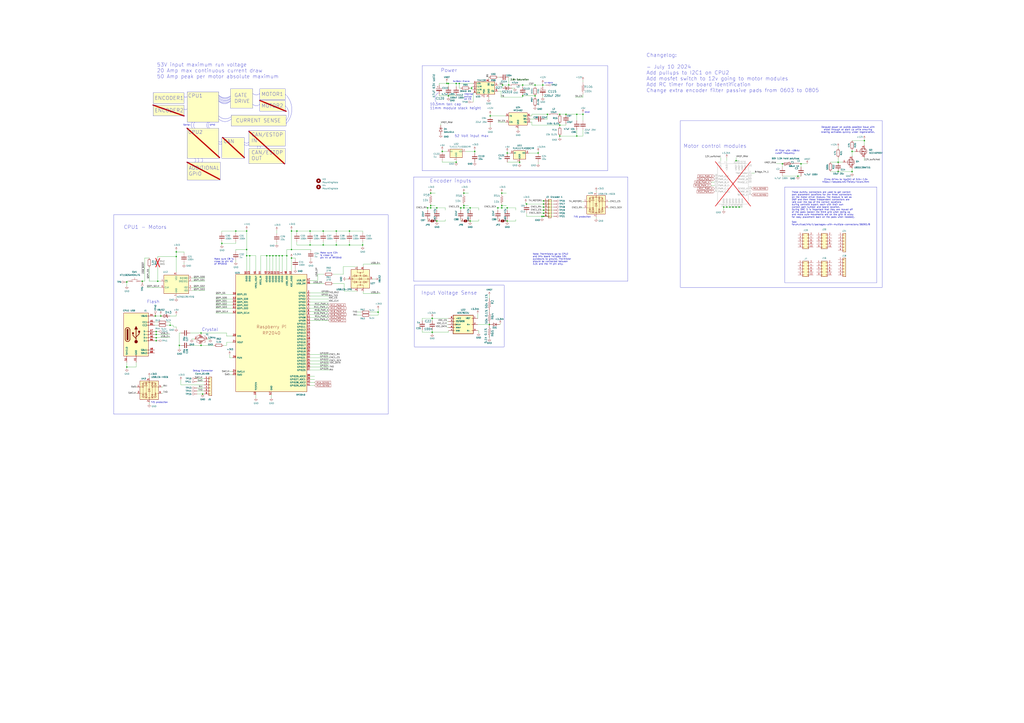
<source format=kicad_sch>
(kicad_sch (version 20231120) (generator "eeschema") (generator_version "8.0")
  (paper "A1")
  (title_block (title "Motor Base PCB") (date "2024-04-20") (rev "REV1") (company "Twisted Fields LLC") (comment 1 "(license roughly means, share, modify, etc, but do not sue us)") (comment 2 "LICENSE: CERN-OHL-P"))
  (junction (at 446.405 165.1))
  (junction (at 128.27 277.495))
  (junction (at 601.98 170.18))
  (junction (at 426.72 133.35))
  (junction (at 416.56 181.61))
  (junction (at 657.86 134.62))
  (junction (at 412.75 69.85))
  (junction (at 459.74 93.98))
  (junction (at 459.74 111.76))
  (junction (at 166.37 323.85))
  (junction (at 709.93 115.57))
  (junction (at 441.96 125.73))
  (junction (at 128.27 274.955))
  (junction (at 412.115 158.75))
  (junction (at 132.08 259.715))
  (junction (at 128.27 272.415))
  (junction (at 354.965 261.62))
  (junction (at 377.19 68.58))
  (junction (at 449.58 93.98))
  (junction (at 297.815 201.295))
  (junction (at 139.7 267.335))
  (junction (at 378.46 170.815))
  (junction (at 193.675 189.865))
  (junction (at 144.78 210.82))
  (junction (at 368.3 68.58))
  (junction (at 276.225 189.865))
  (junction (at 381 170.815))
  (junction (at 224.155 210.185))
  (junction (at 243.84 189.865))
  (junction (at 104.14 301.625))
  (junction (at 604.52 170.18))
  (junction (at 412.115 168.91))
  (junction (at 363.22 124.46))
  (junction (at 416.56 170.815))
  (junction (at 439.42 78.74))
  (junction (at 699.77 140.97))
  (junction (at 358.775 181.61))
  (junction (at 239.395 212.09))
  (junction (at 104.14 231.775))
  (junction (at 688.34 133.35))
  (junction (at 147.32 283.845))
  (junction (at 368.3 78.74))
  (junction (at 353.695 170.815))
  (junction (at 254.635 189.865))
  (junction (at 351.155 170.815))
  (junction (at 478.79 93.98))
  (junction (at 446.405 177.8))
  (junction (at 386.08 170.815))
  (junction (at 287.02 189.865))
  (junction (at 231.775 210.185))
  (junction (at 358.775 170.815))
  (junction (at 464.82 93.98))
  (junction (at 386.08 181.61))
  (junction (at 445.77 69.85))
  (junction (at 165.1 283.845))
  (junction (at 128.27 280.035))
  (junction (at 129.54 231.14))
  (junction (at 235.585 210.185))
  (junction (at 287.02 201.295))
  (junction (at 182.245 200.025))
  (junction (at 642.62 134.62))
  (junction (at 202.565 205.105))
  (junction (at 310.515 256.54))
  (junction (at 473.71 111.76))
  (junction (at 202.565 189.865))
  (junction (at 699.77 124.46))
  (junction (at 127.635 259.715))
  (junction (at 429.26 69.85))
  (junction (at 432.435 167.64))
  (junction (at 381 168.91))
  (junction (at 202.565 210.185))
  (junction (at 265.43 189.865))
  (junction (at 604.52 132.08))
  (junction (at 221.615 210.185))
  (junction (at 445.135 177.8))
  (junction (at 401.955 266.7))
  (junction (at 144.78 207.01))
  (junction (at 402.59 95.25))
  (junction (at 473.71 93.98))
  (junction (at 408.94 170.815))
  (junction (at 389.89 124.46))
  (junction (at 655.32 144.78))
  (junction (at 594.36 170.18))
  (junction (at 446.405 170.18))
  (junction (at 599.44 170.18))
  (junction (at 239.395 189.865))
  (junction (at 446.405 172.72))
  (junction (at 374.65 68.58))
  (junction (at 688.34 140.97))
  (junction (at 429.26 78.74))
  (junction (at 354.965 273.05))
  (junction (at 165.1 273.685))
  (junction (at 416.56 125.73))
  (junction (at 374.65 133.35))
  (junction (at 381 158.75))
  (junction (at 353.695 158.75))
  (junction (at 205.105 210.185))
  (junction (at 226.695 210.185))
  (junction (at 446.405 175.26))
  (junction (at 265.43 201.295))
  (junction (at 229.235 210.185))
  (junction (at 276.225 201.295))
  (junction (at 387.35 72.39))
  (junction (at 607.06 170.18))
  (junction (at 459.74 102.87))
  (junction (at 439.42 69.85))
  (junction (at 412.115 170.815))
  (junction (at 353.695 168.91))
  (junction (at 446.405 167.64))
  (junction (at 367.03 68.58))
  (junction (at 417.83 69.85))
  (junction (at 239.395 205.105))
  (junction (at 116.84 231.14))
  (junction (at 219.075 210.185))
  (junction (at 254.635 201.295))
  (junction (at 596.9 170.18))
  (wire (pts (xy 436.88 100.33) (xy 435.61 100.33)))
  (wire (pts (xy 127 264.795) (xy 129.54 264.795)))
  (wire (pts (xy 402.59 95.25) (xy 402.59 93.98)))
  (wire (pts (xy 285.75 229.235) (xy 284.48 229.235)))
  (wire (pts (xy 426.72 69.85) (xy 429.26 69.85)))
  (wire (pts (xy 459.74 102.87) (xy 459.74 104.14)))
  (wire (pts (xy 128.27 277.495) (xy 139.7 277.495)))
  (wire (pts (xy 254.635 230.505) (xy 260.985 230.505)))
  (wire (pts (xy 401.955 266.065) (xy 401.955 266.7)))
  (wire (pts (xy 389.89 124.46) (xy 389.89 123.19)))
  (wire (pts (xy 368.3 68.58) (xy 368.3 71.12)))
  (wire (pts (xy 282.575 239.395) (xy 282.575 233.045)))
  (wire (pts (xy 254.635 299.085) (xy 270.51 299.085)))
  (wire (pts (xy 439.42 69.85) (xy 445.77 69.85)))
  (wire (pts (xy 642.62 134.62) (xy 642.62 137.16)))
  (wire (pts (xy 122.555 212.09) (xy 118.745 212.09)))
  (wire (pts (xy 235.585 222.885) (xy 235.585 210.185)))
  (wire (pts (xy 177.165 245.745) (xy 191.135 245.745)))
  (wire (pts (xy 354.965 261.62) (xy 368.3 261.62)))
  (wire (pts (xy 444.5 172.72) (xy 446.405 172.72)))
  (wire (pts (xy 699.77 115.57) (xy 709.93 115.57)))
  (wire (pts (xy 662.94 134.62) (xy 657.86 134.62)))
  (wire (pts (xy 425.45 105.41) (xy 425.45 106.68)))
  (wire (pts (xy 381 170.815) (xy 378.46 170.815)))
  (wire (pts (xy 229.235 210.185) (xy 231.775 210.185)))
  (wire (pts (xy 416.56 133.35) (xy 426.72 133.35)))
  (wire (pts (xy 139.7 259.715) (xy 144.78 259.715)))
  (wire (pts (xy 177.165 250.825) (xy 191.135 250.825)))
  (wire (pts (xy 182.245 200.025) (xy 182.245 201.295)))
  (wire (pts (xy 354.965 273.05) (xy 354.965 274.32)))
  (wire (pts (xy 353.695 158.75) (xy 357.505 158.75)))
  (wire (pts (xy 307.975 229.235) (xy 306.07 229.235)))
  (wire (pts (xy 166.37 323.85) (xy 167.64 323.85)))
  (wire (pts (xy 688.34 129.54) (xy 688.34 133.35)))
  (wire (pts (xy 368.3 78.74) (xy 368.3 80.01)))
  (wire (pts (xy 165.1 282.575) (xy 165.1 283.845)))
  (wire (pts (xy 601.98 170.18) (xy 604.52 170.18)))
  (wire (pts (xy 298.45 239.395) (xy 298.45 241.3)))
  (wire (pts (xy 446.405 170.18) (xy 454.66 170.18)))
  (wire (pts (xy 354.965 271.145) (xy 354.965 273.05)))
  (wire (pts (xy 133.985 318.135) (xy 132.715 318.135)))
  (wire (pts (xy 156.21 283.845) (xy 165.1 283.845)))
  (wire (pts (xy 444.5 170.18) (xy 446.405 170.18)))
  (wire (pts (xy 298.45 241.3) (xy 312.42 241.3)))
  (wire (pts (xy 472.44 80.01) (xy 478.79 80.01)))
  (wire (pts (xy 446.405 165.1) (xy 454.66 165.1)))
  (wire (pts (xy 374.65 132.08) (xy 374.65 133.35)))
  (wire (pts (xy 377.19 170.815) (xy 378.46 170.815)))
  (wire (pts (xy 260.985 225.425) (xy 266.065 225.425)))
  (wire (pts (xy 445.77 71.12) (xy 445.77 69.85)))
  (wire (pts (xy 254.635 233.045) (xy 266.065 233.045)))
  (wire (pts (xy 122.555 309.245) (xy 122.555 310.515)))
  (wire (pts (xy 436.88 93.98) (xy 436.88 95.25)))
  (wire (pts (xy 459.74 93.98) (xy 464.82 93.98)))
  (wire (pts (xy 210.185 222.885) (xy 210.185 210.185)))
  (wire (pts (xy 361.95 101.6) (xy 361.95 102.87)))
  (wire (pts (xy 226.695 210.185) (xy 229.235 210.185)))
  (wire (pts (xy 426.72 133.35) (xy 426.72 134.62)))
  (wire (pts (xy 239.395 211.455) (xy 239.395 212.09)))
  (wire (pts (xy 412.115 158.75) (xy 415.925 158.75)))
  (wire (pts (xy 351.155 170.815) (xy 353.695 170.815)))
  (wire (pts (xy 202.565 188.595) (xy 202.565 189.865)))
  (wire (pts (xy 416.56 181.61) (xy 423.545 181.61)))
  (wire (pts (xy 297.815 201.295) (xy 297.815 202.565)))
  (wire (pts (xy 104.14 297.815) (xy 104.14 301.625)))
  (wire (pts (xy 193.675 206.375) (xy 193.675 205.105)))
  (wire (pts (xy 142.24 267.335) (xy 142.24 268.605)))
  (wire (pts (xy 148.59 316.23) (xy 167.64 316.23)))
  (wire (pts (xy 354.965 260.985) (xy 354.965 261.62)))
  (wire (pts (xy 147.32 283.845) (xy 147.32 286.385)))
  (wire (pts (xy 353.695 158.115) (xy 353.695 158.75)))
  (wire (pts (xy 254.635 304.165) (xy 270.51 304.165)))
  (wire (pts (xy 227.33 199.39) (xy 227.33 200.66)))
  (wire (pts (xy 378.46 170.815) (xy 378.46 172.72)))
  (wire (pts (xy 353.695 168.91) (xy 357.505 168.91)))
  (wire (pts (xy 367.03 67.31) (xy 367.03 68.58)))
  (wire (pts (xy 381 168.91) (xy 381 170.815)))
  (wire (pts (xy 229.235 222.885) (xy 229.235 210.185)))
  (wire (pts (xy 104.14 301.625) (xy 104.14 302.895)))
  (wire (pts (xy 265.43 201.295) (xy 276.225 201.295)))
  (wire (pts (xy 444.5 175.26) (xy 446.405 175.26)))
  (wire (pts (xy 165.1 273.685) (xy 186.055 273.685)))
  (wire (pts (xy 412.115 168.91) (xy 412.115 170.815)))
  (wire (pts (xy 594.36 170.18) (xy 596.9 170.18)))
  (wire (pts (xy 148.59 283.845) (xy 147.32 283.845)))
  (polyline (pts (xy 153.67 133.35) (xy 180.34 147.32)) (stroke (width 1.016) (color 194 0 0 1)))
  (wire (pts (xy 239.395 189.865) (xy 239.395 205.105)))
  (wire (pts (xy 417.83 69.85) (xy 419.1 69.85)))
  (wire (pts (xy 489.585 156.845) (xy 489.585 158.115)))
  (wire (pts (xy 188.595 291.465) (xy 188.595 294.005)))
  (wire (pts (xy 157.48 236.22) (xy 168.275 236.22)))
  (wire (pts (xy 182.245 200.025) (xy 193.675 200.025)))
  (wire (pts (xy 242.57 212.725) (xy 242.57 212.09)))
  (wire (pts (xy 358.775 181.61) (xy 365.76 181.61)))
  (wire (pts (xy 128.27 272.415) (xy 128.27 274.955)))
  (wire (pts (xy 604.52 129.54) (xy 604.52 132.08)))
  (wire (pts (xy 254.635 198.755) (xy 254.635 201.295)))
  (wire (pts (xy 161.925 318.77) (xy 167.64 318.77)))
  (wire (pts (xy 104.14 301.625) (xy 111.76 301.625)))
  (wire (pts (xy 254.635 296.545) (xy 270.51 296.545)))
  (wire (pts (xy 254.635 189.865) (xy 265.43 189.865)))
  (wire (pts (xy 297.815 198.755) (xy 297.815 201.295)))
  (wire (pts (xy 219.075 210.185) (xy 221.615 210.185)))
  (wire (pts (xy 243.84 189.865) (xy 254.635 189.865)))
  (wire (pts (xy 387.35 72.39) (xy 387.35 71.12)))
  (wire (pts (xy 594.36 170.18) (xy 594.36 172.72)))
  (wire (pts (xy 436.88 102.87) (xy 436.88 100.33)))
  (wire (pts (xy 374.65 68.58) (xy 374.65 71.12)))
  (wire (pts (xy 381 168.91) (xy 384.81 168.91)))
  (wire (pts (xy 254.635 291.465) (xy 270.51 291.465)))
  (wire (pts (xy 177.165 253.365) (xy 191.135 253.365)))
  (wire (pts (xy 596.9 129.54) (xy 596.9 132.08)))
  (wire (pts (xy 293.37 239.395) (xy 282.575 239.395)))
  (wire (pts (xy 387.35 71.12) (xy 388.62 71.12)))
  (wire (pts (xy 499.745 165.735) (xy 501.015 165.735)))
  (wire (pts (xy 368.3 68.58) (xy 374.65 68.58)))
  (wire (pts (xy 129.54 231.14) (xy 132.08 231.14)))
  (wire (pts (xy 282.575 233.045) (xy 273.685 233.045)))
  (wire (pts (xy 354.965 261.62) (xy 354.965 263.525)))
  (wire (pts (xy 346.71 261.62) (xy 346.71 263.525)))
  (wire (pts (xy 401.32 80.01) (xy 401.32 81.28)))
  (wire (pts (xy 429.26 69.85) (xy 439.42 69.85)))
  (wire (pts (xy 239.395 205.105) (xy 255.27 205.105)))
  (wire (pts (xy 401.955 266.7) (xy 402.59 266.7)))
  (wire (pts (xy 281.94 225.425) (xy 273.685 225.425)))
  (wire (pts (xy 709.93 114.3) (xy 709.93 115.57)))
  (wire (pts (xy 276.225 198.755) (xy 276.225 201.295)))
  (wire (pts (xy 242.57 220.345) (xy 242.57 221.615)))
  (wire (pts (xy 254.635 253.365) (xy 269.875 253.365)))
  (wire (pts (xy 254.635 243.205) (xy 269.875 243.205)))
  (wire (pts (xy 165.1 274.955) (xy 165.1 273.685)))
  (polyline (pts (xy 125.73 86.36) (xy 151.13 95.25)) (stroke (width 1.016) (color 194 0 0 1)))
  (wire (pts (xy 354.965 261.62) (xy 346.71 261.62)))
  (wire (pts (xy 120.65 236.22) (xy 132.08 236.22)))
  (wire (pts (xy 429.26 78.74) (xy 439.42 78.74)))
  (wire (pts (xy 459.74 111.76) (xy 473.71 111.76)))
  (wire (pts (xy 221.615 222.885) (xy 221.615 210.185)))
  (wire (pts (xy 392.43 271.78) (xy 393.065 271.78)))
  (wire (pts (xy 473.71 111.76) (xy 478.79 111.76)))
  (wire (pts (xy 378.46 180.34) (xy 378.46 181.61)))
  (wire (pts (xy 122.555 219.71) (xy 122.555 231.14)))
  (wire (pts (xy 254.635 258.445) (xy 269.875 258.445)))
  (wire (pts (xy 254.635 311.785) (xy 258.445 311.785)))
  (wire (pts (xy 157.48 238.76) (xy 168.275 238.76)))
  (wire (pts (xy 416.56 170.815) (xy 416.56 172.72)))
  (wire (pts (xy 411.48 80.01) (xy 411.48 74.93)))
  (wire (pts (xy 688.34 133.35) (xy 692.15 133.35)))
  (wire (pts (xy 408.94 180.34) (xy 408.94 181.61)))
  (wire (pts (xy 367.03 264.16) (xy 368.3 264.16)))
  (wire (pts (xy 205.105 222.885) (xy 205.105 210.185)))
  (wire (pts (xy 165.1 283.845) (xy 175.895 283.845)))
  (wire (pts (xy 276.225 189.865) (xy 287.02 189.865)))
  (wire (pts (xy 353.695 170.815) (xy 358.775 170.815)))
  (wire (pts (xy 144.78 268.605) (xy 144.78 269.875)))
  (wire (pts (xy 188.595 305.435) (xy 191.135 305.435)))
  (wire (pts (xy 104.14 231.775) (xy 104.14 234.95)))
  (wire (pts (xy 584.2 152.4) (xy 586.74 152.4)))
  (wire (pts (xy 231.775 210.185) (xy 235.585 210.185)))
  (wire (pts (xy 367.03 269.24) (xy 368.3 269.24)))
  (wire (pts (xy 276.225 191.135) (xy 276.225 189.865)))
  (wire (pts (xy 118.745 231.14) (xy 116.84 231.14)))
  (wire (pts (xy 148.59 312.42) (xy 148.59 316.23)))
  (wire (pts (xy 417.83 63.5) (xy 417.83 69.85)))
  (wire (pts (xy 446.405 175.26) (xy 454.66 175.26)))
  (wire (pts (xy 478.155 170.815) (xy 479.425 170.815)))
  (wire (pts (xy 591.82 129.54) (xy 591.82 132.08)))
  (wire (pts (xy 459.74 102.87) (xy 459.74 101.6)))
  (wire (pts (xy 188.595 307.975) (xy 191.135 307.975)))
  (wire (pts (xy 363.22 133.35) (xy 374.65 133.35)))
  (wire (pts (xy 127 277.495) (xy 128.27 277.495)))
  (wire (pts (xy 423.545 170.815) (xy 423.545 172.72)))
  (wire (pts (xy 137.16 267.335) (xy 139.7 267.335)))
  (wire (pts (xy 642.62 144.78) (xy 655.32 144.78)))
  (wire (pts (xy 351.155 180.34) (xy 351.155 181.61)))
  (wire (pts (xy 293.37 219.075) (xy 281.94 219.075)))
  (wire (pts (xy 446.405 177.8) (xy 445.135 177.8)))
  (wire (pts (xy 310.515 259.08) (xy 310.515 256.54)))
  (wire (pts (xy 122.555 231.14) (xy 129.54 231.14)))
  (wire (pts (xy 224.155 222.885) (xy 224.155 210.185)))
  (wire (pts (xy 170.18 278.765) (xy 172.72 278.765)))
  (wire (pts (xy 381 158.115) (xy 381 158.75)))
  (wire (pts (xy 353.695 170.815) (xy 353.695 168.91)))
  (wire (pts (xy 193.675 205.105) (xy 202.565 205.105)))
  (wire (pts (xy 478.79 93.98) (xy 478.79 99.06)))
  (wire (pts (xy 655.32 144.78) (xy 657.86 144.78)))
  (wire (pts (xy 478.155 165.735) (xy 479.425 165.735)))
  (wire (pts (xy 393.065 170.815) (xy 393.065 172.72)))
  (wire (pts (xy 298.45 217.17) (xy 298.45 219.075)))
  (wire (pts (xy 210.185 210.185) (xy 205.105 210.185)))
  (wire (pts (xy 350.52 170.815) (xy 351.155 170.815)))
  (wire (pts (xy 446.405 177.8) (xy 454.66 177.8)))
  (wire (pts (xy 374.65 68.58) (xy 377.19 68.58)))
  (wire (pts (xy 358.775 170.815) (xy 365.76 170.815)))
  (wire (pts (xy 157.48 231.14) (xy 168.275 231.14)))
  (wire (pts (xy 596.9 170.18) (xy 599.44 170.18)))
  (wire (pts (xy 183.515 283.845) (xy 186.055 283.845)))
  (wire (pts (xy 699.77 124.46) (xy 699.77 128.27)))
  (wire (pts (xy 310.515 256.54) (xy 310.515 254)))
  (wire (pts (xy 432.435 167.64) (xy 431.8 167.64)))
  (wire (pts (xy 393.065 271.78) (xy 393.065 273.685)))
  (wire (pts (xy 441.96 133.35) (xy 441.96 134.62)))
  (wire (pts (xy 459.74 102.87) (xy 436.88 102.87)))
  (wire (pts (xy 157.48 228.6) (xy 168.275 228.6)))
  (wire (pts (xy 411.48 80.01) (xy 429.26 80.01)))
  (wire (pts (xy 304.165 256.54) (xy 310.515 256.54)))
  (wire (pts (xy 709.93 115.57) (xy 709.93 119.38)))
  (wire (pts (xy 354.965 273.05) (xy 368.3 273.05)))
  (wire (pts (xy 242.57 212.09) (xy 239.395 212.09)))
  (wire (pts (xy 254.635 309.245) (xy 258.445 309.245)))
  (wire (pts (xy 147.32 273.685) (xy 147.32 283.845)))
  (wire (pts (xy 182.245 189.865) (xy 193.675 189.865)))
  (wire (pts (xy 688.34 140.97) (xy 699.77 140.97)))
  (wire (pts (xy 265.43 191.135) (xy 265.43 189.865)))
  (wire (pts (xy 386.08 180.34) (xy 386.08 181.61)))
  (wire (pts (xy 423.545 180.34) (xy 423.545 181.61)))
  (wire (pts (xy 128.27 274.955) (xy 139.7 274.955)))
  (wire (pts (xy 360.68 77.47) (xy 360.68 78.74)))
  (wire (pts (xy 699.77 123.19) (xy 699.77 124.46)))
  (wire (pts (xy 604.52 170.18) (xy 607.06 170.18)))
  (wire (pts (xy 464.82 102.87) (xy 459.74 102.87)))
  (wire (pts (xy 144.78 210.82) (xy 144.78 223.52)))
  (wire (pts (xy 401.955 255.27) (xy 401.955 255.905)))
  (wire (pts (xy 254.635 260.985) (xy 269.875 260.985)))
  (wire (pts (xy 255.27 205.74) (xy 255.27 205.105)))
  (wire (pts (xy 464.82 101.6) (xy 464.82 102.87)))
  (polyline (pts (xy 213.36 82.55) (xy 234.95 91.44)) (stroke (width 1.016) (color 194 0 0 1)))
  (wire (pts (xy 144.78 258.445) (xy 144.78 259.715)))
  (wire (pts (xy 235.585 205.105) (xy 239.395 205.105)))
  (wire (pts (xy 287.02 201.295) (xy 297.815 201.295)))
  (wire (pts (xy 127.635 259.715) (xy 132.08 259.715)))
  (wire (pts (xy 346.71 273.05) (xy 354.965 273.05)))
  (wire (pts (xy 287.02 198.755) (xy 287.02 201.295)))
  (wire (pts (xy 118.745 212.09) (xy 118.745 231.14)))
  (wire (pts (xy 177.165 248.285) (xy 191.135 248.285)))
  (wire (pts (xy 287.02 189.865) (xy 297.815 189.865)))
  (wire (pts (xy 127 280.035) (xy 128.27 280.035)))
  (wire (pts (xy 412.115 158.115) (xy 412.115 158.75)))
  (wire (pts (xy 449.58 97.79) (xy 449.58 93.98)))
  (wire (pts (xy 202.565 189.865) (xy 202.565 205.105)))
  (wire (pts (xy 139.7 267.335) (xy 142.24 267.335)))
  (wire (pts (xy 104.14 231.14) (xy 105.41 231.14)))
  (wire (pts (xy 386.08 181.61) (xy 386.08 182.245)))
  (wire (pts (xy 346.71 271.145) (xy 346.71 273.05)))
  (wire (pts (xy 191.135 276.225) (xy 186.055 276.225)))
  (wire (pts (xy 473.71 93.98) (xy 473.71 99.06)))
  (wire (pts (xy 402.59 102.87) (xy 402.59 104.14)))
  (wire (pts (xy 161.925 321.31) (xy 167.64 321.31)))
  (wire (pts (xy 584.2 149.86) (xy 586.74 149.86)))
  (wire (pts (xy 377.19 68.58) (xy 388.62 68.58)))
  (wire (pts (xy 205.105 210.185) (xy 202.565 210.185)))
  (wire (pts (xy 408.94 170.815) (xy 407.67 170.815)))
  (wire (pts (xy 351.155 170.815) (xy 351.155 172.72)))
  (wire (pts (xy 202.565 205.105) (xy 202.565 210.185)))
  (wire (pts (xy 193.675 191.135) (xy 193.675 189.865)))
  (wire (pts (xy 378.46 72.39) (xy 377.19 72.39)))
  (wire (pts (xy 127 272.415) (xy 128.27 272.415)))
  (wire (pts (xy 408.94 170.815) (xy 412.115 170.815)))
  (wire (pts (xy 387.35 72.39) (xy 386.08 72.39)))
  (wire (pts (xy 186.055 281.305) (xy 186.055 283.845)))
  (wire (pts (xy 239.395 189.865) (xy 243.84 189.865)))
  (wire (pts (xy 260.985 225.425) (xy 260.985 230.505)))
  (wire (pts (xy 235.585 205.105) (xy 235.585 210.185)))
  (wire (pts (xy 445.77 78.74) (xy 445.77 80.01)))
  (wire (pts (xy 243.84 198.755) (xy 243.84 201.295)))
  (wire (pts (xy 367.03 266.7) (xy 368.3 266.7)))
  (wire (pts (xy 104.14 231.14) (xy 104.14 231.775)))
  (wire (pts (xy 389.89 125.73) (xy 389.89 124.46)))
  (wire (pts (xy 129.54 219.71) (xy 129.54 231.14)))
  (wire (pts (xy 151.13 215.9) (xy 151.13 217.17)))
  (wire (pts (xy 416.56 170.815) (xy 423.545 170.815)))
  (wire (pts (xy 358.775 180.34) (xy 358.775 181.61)))
  (wire (pts (xy 416.56 180.34) (xy 416.56 181.61)))
  (wire (pts (xy 412.75 69.85) (xy 412.75 72.39)))
  (wire (pts (xy 360.68 78.74) (xy 368.3 78.74)))
  (wire (pts (xy 151.13 207.01) (xy 144.78 207.01)))
  (wire (pts (xy 265.43 189.865) (xy 276.225 189.865)))
  (wire (pts (xy 254.635 201.295) (xy 265.43 201.295)))
  (wire (pts (xy 191.135 257.175) (xy 177.165 257.175)))
  (wire (pts (xy 401.955 277.495) (xy 401.955 278.13)))
  (wire (pts (xy 226.695 222.885) (xy 226.695 210.185)))
  (polyline (pts (xy 153.67 105.41) (xy 180.34 129.54)) (stroke (width 1.016) (color 194 0 0 1)))
  (wire (pts (xy 445.77 69.85) (xy 448.31 69.85)))
  (wire (pts (xy 416.56 181.61) (xy 416.56 182.245)))
  (wire (pts (xy 367.03 68.58) (xy 368.3 68.58)))
  (wire (pts (xy 222.885 324.485) (xy 222.885 327.025)))
  (wire (pts (xy 688.34 120.65) (xy 688.34 121.92)))
  (wire (pts (xy 265.43 198.755) (xy 265.43 201.295)))
  (wire (pts (xy 401.32 63.5) (xy 401.32 64.77)))
  (wire (pts (xy 365.76 180.34) (xy 365.76 181.61)))
  (wire (pts (xy 459.74 111.76) (xy 459.74 113.03)))
  (wire (pts (xy 657.86 134.62) (xy 657.86 137.16)))
  (wire (pts (xy 255.27 213.36) (xy 255.27 213.995)))
  (wire (pts (xy 213.995 222.885) (xy 213.995 210.185)))
  (wire (pts (xy 388.62 83.82) (xy 388.62 76.2)))
  (wire (pts (xy 709.93 129.54) (xy 709.93 132.08)))
  (wire (pts (xy 408.94 69.85) (xy 412.75 69.85)))
  (wire (pts (xy 392.43 257.81) (xy 392.43 261.62)))
  (wire (pts (xy 254.635 316.865) (xy 258.445 316.865)))
  (wire (pts (xy 144.78 207.01) (xy 144.78 210.82)))
  (wire (pts (xy 619.76 142.24) (xy 617.22 142.24)))
  (wire (pts (xy 127 259.715) (xy 127.635 259.715)))
  (wire (pts (xy 368.3 271.78) (xy 368.3 273.05)))
  (wire (pts (xy 489.585 178.435) (xy 489.585 179.705)))
  (wire (pts (xy 445.135 165.1) (xy 446.405 165.1)))
  (wire (pts (xy 392.43 266.7) (xy 401.955 266.7)))
  (wire (pts (xy 148.59 273.685) (xy 147.32 273.685)))
  (wire (pts (xy 254.635 294.005) (xy 270.51 294.005)))
  (wire (pts (xy 441.96 125.73) (xy 441.96 124.46)))
  (wire (pts (xy 221.615 210.185) (xy 224.155 210.185)))
  (wire (pts (xy 386.08 170.815) (xy 386.08 172.72)))
  (wire (pts (xy 202.565 210.185) (xy 202.565 222.885)))
  (wire (pts (xy 604.52 132.08) (xy 607.06 132.08)))
  (wire (pts (xy 420.37 72.39) (xy 422.91 72.39)))
  (wire (pts (xy 412.115 170.815) (xy 416.56 170.815)))
  (wire (pts (xy 129.54 212.09) (xy 129.54 210.82)))
  (wire (pts (xy 210.185 324.485) (xy 210.185 327.025)))
  (wire (pts (xy 386.08 170.815) (xy 393.065 170.815)))
  (wire (pts (xy 637.54 134.62) (xy 642.62 134.62)))
  (wire (pts (xy 116.84 231.14) (xy 115.57 231.14)))
  (wire (pts (xy 254.635 314.325) (xy 258.445 314.325)))
  (wire (pts (xy 193.675 200.025) (xy 193.675 198.755)))
  (wire (pts (xy 381 158.75) (xy 384.81 158.75)))
  (wire (pts (xy 186.055 276.225) (xy 186.055 273.685)))
  (wire (pts (xy 132.08 258.445) (xy 132.08 259.715)))
  (wire (pts (xy 393.065 180.34) (xy 393.065 181.61)))
  (wire (pts (xy 191.135 281.305) (xy 186.055 281.305)))
  (wire (pts (xy 254.635 245.745) (xy 269.875 245.745)))
  (wire (pts (xy 473.71 111.76) (xy 473.71 106.68)))
  (wire (pts (xy 432.435 177.8) (xy 445.135 177.8)))
  (wire (pts (xy 478.79 92.71) (xy 478.79 93.98)))
  (wire (pts (xy 157.48 278.765) (xy 160.02 278.765)))
  (wire (pts (xy 408.94 170.815) (xy 408.94 172.72)))
  (wire (pts (xy 681.99 133.35) (xy 688.34 133.35)))
  (wire (pts (xy 681.99 140.97) (xy 688.34 140.97)))
  (wire (pts (xy 499.745 170.815) (xy 501.015 170.815)))
  (wire (pts (xy 450.85 93.98) (xy 449.58 93.98)))
  (wire (pts (xy 473.71 93.98) (xy 478.79 93.98)))
  (wire (pts (xy 458.47 93.98) (xy 459.74 93.98)))
  (wire (pts (xy 281.94 219.075) (xy 281.94 225.425)))
  (wire (pts (xy 429.26 69.85) (xy 429.26 71.12)))
  (wire (pts (xy 191.135 241.935) (xy 177.165 241.935)))
  (wire (pts (xy 365.76 170.815) (xy 365.76 172.72)))
  (wire (pts (xy 128.27 280.035) (xy 128.27 277.495)))
  (wire (pts (xy 287.02 191.135) (xy 287.02 189.865)))
  (wire (pts (xy 139.7 264.795) (xy 139.7 267.335)))
  (wire (pts (xy 122.555 330.835) (xy 122.555 332.105)))
  (wire (pts (xy 127 267.335) (xy 129.54 267.335)))
  (wire (pts (xy 478.79 80.01) (xy 478.79 77.47)))
  (wire (pts (xy 412.115 168.91) (xy 415.925 168.91)))
  (wire (pts (xy 402.59 95.25) (xy 415.29 95.25)))
  (wire (pts (xy 699.77 124.46) (xy 702.31 124.46)))
  (wire (pts (xy 142.24 268.605) (xy 144.78 268.605)))
  (wire (pts (xy 445.135 177.8) (xy 445.135 179.07)))
  (wire (pts (xy 419.1 125.73) (xy 416.56 125.73)))
  (wire (pts (xy 446.405 167.64) (xy 432.435 167.64)))
  (wire (pts (xy 254.635 240.665) (xy 269.875 240.665)))
  (wire (pts (xy 144.78 243.84) (xy 144.78 245.11)))
  (wire (pts (xy 386.08 181.61) (xy 393.065 181.61)))
  (wire (pts (xy 449.58 93.98) (xy 436.88 93.98)))
  (wire (pts (xy 137.16 264.795) (xy 139.7 264.795)))
  (wire (pts (xy 387.35 73.66) (xy 387.35 72.39)))
  (wire (pts (xy 127 274.955) (xy 128.27 274.955)))
  (wire (pts (xy 144.78 205.74) (xy 144.78 207.01)))
  (wire (pts (xy 132.715 323.215) (xy 133.985 323.215)))
  (wire (pts (xy 381 170.815) (xy 386.08 170.815)))
  (wire (pts (xy 439.42 69.85) (xy 439.42 71.12)))
  (wire (pts (xy 447.04 97.79) (xy 449.58 97.79)))
  (wire (pts (xy 293.37 256.54) (xy 296.545 256.54)))
  (wire (pts (xy 111.76 297.815) (xy 111.76 301.625)))
  (wire (pts (xy 231.775 210.185) (xy 231.775 222.885)))
  (wire (pts (xy 410.845 266.7) (xy 410.845 266.065)))
  (wire (pts (xy 304.165 259.08) (xy 310.515 259.08)))
  (wire (pts (xy 411.48 74.93) (xy 408.94 74.93)))
  (wire (pts (xy 368.3 78.74) (xy 374.65 78.74)))
  (wire (pts (xy 193.675 189.865) (xy 202.565 189.865)))
  (wire (pts (xy 408.94 100.33) (xy 415.29 100.33)))
  (wire (pts (xy 446.405 172.72) (xy 454.66 172.72)))
  (wire (pts (xy 401.955 266.7) (xy 401.955 267.335)))
  (polyline (pts (xy 182.88 113.03) (xy 200.66 129.54)) (stroke (width 1.016) (color 194 0 0 1)))
  (wire (pts (xy 293.37 259.08) (xy 296.545 259.08)))
  (wire (pts (xy 435.61 97.79) (xy 439.42 97.79)))
  (polyline (pts (xy 204.47 107.95) (xy 233.68 134.62)) (stroke (width 1.016) (color 194 0 0 1)))
  (wire (pts (xy 191.135 294.005) (xy 188.595 294.005)))
  (wire (pts (xy 182.245 198.755) (xy 182.245 200.025)))
  (wire (pts (xy 377.19 68.58) (xy 377.19 72.39)))
  (wire (pts (xy 129.54 210.82) (xy 144.78 210.82)))
  (wire (pts (xy 436.88 95.25) (xy 435.61 95.25)))
  (wire (pts (xy 254.635 248.285) (xy 269.875 248.285)))
  (wire (pts (xy 401.955 242.57) (xy 401.955 245.11)))
  (wire (pts (xy 239.395 212.09) (xy 239.395 222.885)))
  (wire (pts (xy 297.815 191.135) (xy 297.815 189.865)))
  (wire (pts (xy 161.925 323.85) (xy 166.37 323.85)))
  (wire (pts (xy 224.155 210.185) (xy 226.695 210.185)))
  (wire (pts (xy 412.75 69.85) (xy 417.83 69.85)))
  (wire (pts (xy 360.68 68.58) (xy 360.68 69.85)))
  (wire (pts (xy 239.395 188.595) (xy 239.395 189.865)))
  (wire (pts (xy 410.21 266.7) (xy 410.845 266.7)))
  (wire (pts (xy 408.94 63.5) (xy 410.21 63.5)))
  (wire (pts (xy 478.79 66.04) (xy 478.79 67.31)))
  (wire (pts (xy 254.635 250.825) (xy 269.875 250.825)))
  (wire (pts (xy 111.76 318.135) (xy 112.395 318.135)))
  (wire (pts (xy 599.44 170.18) (xy 601.98 170.18)))
  (wire (pts (xy 429.26 78.74) (xy 429.26 80.01)))
  (wire (pts (xy 193.675 213.995) (xy 193.675 215.265)))
  (wire (pts (xy 151.13 208.28) (xy 151.13 207.01)))
  (wire (pts (xy 358.775 181.61) (xy 358.775 182.245)))
  (wire (pts (xy 243.84 191.135) (xy 243.84 189.865)))
  (wire (pts (xy 276.225 201.295) (xy 287.02 201.295)))
  (wire (pts (xy 219.075 222.885) (xy 219.075 210.185)))
  (wire (pts (xy 111.76 323.215) (xy 112.395 323.215)))
  (wire (pts (xy 367.03 124.46) (xy 363.22 124.46)))
  (wire (pts (xy 434.34 125.73) (xy 441.96 125.73)))
  (wire (pts (xy 254.635 263.525) (xy 269.875 263.525)))
  (wire (pts (xy 432.435 175.26) (xy 432.435 177.8)))
  (wire (pts (xy 699.77 140.97) (xy 699.77 138.43)))
  (wire (pts (xy 298.45 217.17) (xy 312.42 217.17)))
  (wire (pts (xy 254.635 301.625) (xy 270.51 301.625)))
  (wire (pts (xy 156.21 273.685) (xy 165.1 273.685)))
  (wire (pts (xy 213.995 210.185) (xy 219.075 210.185)))
  (wire (pts (xy 699.77 142.24) (xy 699.77 140.97)))
  (wire (pts (xy 382.27 124.46) (xy 389.89 124.46)))
  (wire (pts (xy 227.33 189.23) (xy 227.33 191.77)))
  (wire (pts (xy 478.79 106.68) (xy 478.79 111.76)))
  (wire (pts (xy 254.635 191.135) (xy 254.635 189.865)))
  (wire (pts (xy 360.68 68.58) (xy 367.03 68.58)))
  (wire (pts (xy 182.245 191.135) (xy 182.245 189.865)))
  (wire (pts (xy 388.62 73.66) (xy 387.35 73.66)))
  (wire (pts (xy 446.405 167.64) (xy 454.66 167.64)))
  (wire (pts (xy 464.82 93.98) (xy 473.71 93.98)))
  (wire (pts (xy 431.8 167.64) (xy 431.8 166.37)))
  (wire (pts (xy 254.635 201.295) (xy 243.84 201.295)))
  (wire (pts (xy 416.56 125.73) (xy 416.56 124.46)))
  (wire (pts (xy 363.22 132.08) (xy 363.22 133.35)))
  (wire (pts (xy 445.77 68.58) (xy 445.77 69.85)))
  (wire (pts (xy 161.925 313.69) (xy 167.64 313.69)))
  (wire (pts (xy 439.42 78.74) (xy 439.42 80.01)))
  (wire (pts (xy 358.775 170.815) (xy 358.775 172.72)))
  (wire (pts (xy 254.635 255.905) (xy 269.875 255.905)))
  (wire (pts (xy 363.22 124.46) (xy 363.22 123.19)))
  (wire (pts (xy 607.06 170.18) (xy 609.6 170.18)))
  (wire (pts (xy 161.925 311.15) (xy 167.64 311.15)))
  (rectangle (start 346.71 53.975) (end 499.11 140.335))
  (arc (start 211.455 120.015) (mid 211.8485 120.9668) (end 211.455 121.92))
  (arc (start 213.36 85.725) (mid 210.5025 86.9086) (end 207.645 85.725))
  (arc (start 234.315 77.47) (mid 239.6302 89.4036) (end 234.95 101.6))
  (arc (start 153.67 79.375) (mid 152.4 79.901) (end 151.13 79.375))
  (arc (start 234.315 86.995) (mid 237.1312 92.896) (end 234.95 99.06))
  (arc (start 189.23 83.185) (mid 184.4675 85.1577) (end 179.705 83.185))
  (arc (start 189.23 78.74) (mid 184.336 80.3989) (end 179.705 78.105))
  (rectangle (start 339.725 145.415) (end 515.62 231.14))
  (rectangle (start 93.345 176.53) (end 318.77 340.36))
  (arc (start 153.67 89.535) (mid 152.4 90.061) (end 151.13 89.535))
  (arc (start 162.56 130.175) (mid 163.2171 131.7632) (end 162.56 133.35))
  (arc (start 182.245 118.11) (mid 180.975 118.636) (end 179.705 118.11))
  (arc (start 158.115 105.41) (mid 157.0644 102.87) (end 158.115 100.33))
  (arc (start 170.815 105.41) (mid 169.7644 102.87) (end 170.815 100.33))
  (rectangle (start 213.36 73.025) (end 234.315 81.915) (fill (type color) (color 255 255 194 1)))
  (arc (start 182.245 116.205) (mid 180.975 116.731) (end 179.705 116.205))
  (rectangle (start 125.73 86.36) (end 151.13 95.25) (fill (type color) (color 255 255 194 1)))
  (rectangle (start 644.525 153.67) (end 720.09 232.41))
  (arc (start 189.865 95.885) (mid 184.6544 97.6718) (end 179.705 95.25))
  (rectangle (start 189.23 73.025) (end 207.645 88.9) (fill (type color) (color 255 255 194 1)))
  (arc (start 204.47 118.745) (mid 202.565 119.5341) (end 200.66 118.745))
  (rectangle (start 189.865 94.615) (end 234.95 103.505) (fill (type color) (color 255 255 194 1)))
  (arc (start 172.085 105.41) (mid 171.0344 102.87) (end 172.085 100.33))
  (rectangle (start 213.36 82.55) (end 234.315 91.44) (fill (type color) (color 255 255 194 1)))
  (arc (start 189.23 81.28) (mid 184.4675 83.2527) (end 179.705 81.28))
  (rectangle (start 125.73 76.2) (end 151.13 85.09) (fill (type color) (color 255 255 194 1)))
  (rectangle (start 204.47 107.315) (end 234.315 120.015) (fill (type color) (color 255 255 194 1)))
  (arc (start 160.02 105.41) (mid 158.9679 102.87) (end 160.02 100.33))
  (rectangle (start 340.36 234.315) (end 414.02 285.115))
  (arc (start 189.23 82.55) (mid 184.4675 84.5227) (end 179.705 82.55))
  (arc (start 165.735 130.175) (mid 166.3936 131.7632) (end 165.735 133.35))
  (rectangle (start 153.67 105.41) (end 179.705 130.175) (fill (type color) (color 255 255 194 1)))
  (arc (start 160.02 130.175) (mid 160.6771 131.7632) (end 160.02 133.35))
  (arc (start 189.865 97.79) (mid 184.785 99.8942) (end 179.705 97.79))
  (arc (start 204.47 116.84) (mid 202.565 117.6291) (end 200.66 116.84))
  (arc (start 213.36 76.835) (mid 210.5025 78.0186) (end 207.645 76.835))
  (arc (start 358.14 83.82) (mid 357.5124 79.6144) (end 360.045 76.2))
  (arc (start 213.36 120.015) (mid 213.755 120.9668) (end 213.36 121.92))
  (arc (start 189.23 80.645) (mid 184.3361 82.3051) (end 179.705 80.01))
  (rectangle (start 153.67 75.565) (end 179.705 100.33) (fill (type color) (color 255 255 194 1)))
  (rectangle (start 182.245 113.03) (end 200.66 130.175) (fill (type color) (color 255 255 194 1)))
  (arc (start 189.23 79.375) (mid 184.3361 81.0351) (end 179.705 78.74))
  (rectangle (start 558.8 99.06) (end 724.535 236.22))
  (rectangle (start 153.67 133.35) (end 180.975 147.955) (fill (type color) (color 255 255 194 1)))
  (rectangle (start 204.47 121.92) (end 234.315 134.62) (fill (type color) (color 255 255 194 1)))
  (text "Crystal" (at 165.735 272.415 0) (effects (font (size 2.54 2.54)) (justify left bottom)))
  (text "Make sure C34\nis close to\npin 44 of RP2040" (at 262.89 212.725 0) (effects (font (size 1.27 1.27)) (justify left bottom)))
  (text "R_{ILIM} 30mohm = 2A Iout max" (at 372.11 67.31 0) (effects (font (size 0.6 0.6)) (justify left bottom)))
  (text "These dummy connectors are used to get correct\npart placement locations for the three connectors\non the motor driver module. The module is set as\nDNP and then these independent connectors are\nlaid over the top of the correct locations\nduring centroid export, each with their own\ncorrect part number and board location.\nDuring DRC it is important that they are moved off\nof the pads (select the 5mm grid when doing so\nand make sure movements are on the grid to allow\nfor easy placement back on the pads when needed).\n\nSee:\nforum.kicad.info/t/packages-with-multiple-connectors/36093/8" (at 650.24 185.42 0) (effects (font (size 1.27 1.27)) (justify left bottom)))
  (text "Input Voltage Sense" (at 346.075 242.57 0) (effects (font (size 3 3)) (justify left bottom)))
  (text "Flash" (at 120.65 249.555 0) (effects (font (size 2.54 2.54)) (justify left bottom)))
  (text "CURRENT SENSE" (at 193.675 100.965 0) (effects (font (size 3 3)) (justify left bottom)))
  (text "CAN/ESTOP\nOUT" (at 206.375 132.08 0) (effects (font (size 3 3)) (justify left bottom)))
  (text "MOTOR1" (at 214.63 79.375 0) (effects (font (size 3 3)) (justify left bottom)))
  (text "Changelog:\n\n- July 10 2024\nAdd pullups to I2C1 on CPU2\nAdd mosfet switch to 12v going to motor modules\nAdd RC timer for board identification\nChange extra encoder filter passive pads from 0603 to 0805" (at 530.86 59.944 0) (effects (font (size 3 3)) (justify left)))
  (text "Internal\npullup\non EN" (at 381.254 82.296 0) (effects (font (size 1.27 1.27)) (justify left bottom)))
  (text "TVS protection" (at 471.17 179.07 0) (effects (font (size 1.27 1.27)) (justify left bottom)))
  (text "CPU1 - Motors" (at 101.6 188.595 0) (effects (font (size 3 3)) (justify left bottom)))
  (text "CAN" (at 183.515 118.11 0) (effects (font (size 3 3)) (justify left bottom)))
  (text "ADDITIONAL\nGPIO" (at 154.94 144.78 0) (effects (font (size 3 3)) (justify left bottom)))
  (text "GPIO" (at 172.085 103.505 0) (effects (font (size 1.27 1.27)) (justify left bottom)))
  (text "CAN/ESTOP\nIN" (at 206.375 117.475 0) (effects (font (size 3 3)) (justify left bottom)))
  (text "10.5mm tall cap\n11mm module stack height" (at 353.06 90.17 0) (effects (font (size 2 2)) (justify left bottom)))
  (text "ENCODER1" (at 127 82.55 0) (effects (font (size 3 3)) (justify left bottom)))
  (text "53V input maximum run voltage\n20 Amp max continuous current draw\n50 Amp peak per motor absolute maximum" (at 128.905 64.77 0) (effects (font (size 3 3)) (justify left bottom)))
  (text "Serial" (at 150.495 103.505 0) (effects (font (size 1.27 1.27)) (justify left bottom)))
  (text "4.9-5.1V" (at 480.06 92.71 0) (effects (font (size 0.6 0.6)) (justify left bottom)))
  (text "Encoder inputs" (at 353.06 150.495 0) (effects (font (size 3 3)) (justify left bottom)))
  (text "TVS protection" (at 123.825 331.47 0) (effects (font (size 1.27 1.27)) (justify left bottom)))
  (text "Motor control modules" (at 561.34 121.92 0) (effects (font (size 3 3)) (justify left bottom)))
  (text "CPU2" (at 154.305 110.49 0) (effects (font (size 3 3)) (justify left bottom)))
  (text "CPU1" (at 154.305 80.645 0) (effects (font (size 3 3)) (justify left bottom)))
  (text "Pi filter with ~18khz\ncutoff frequency" (at 636.778 126.746 0) (effects (font (size 1.27 1.27)) (justify left bottom)))
  (text "Delayed power on avoids possible issue with\nshoot through at start up while ensuring\nbraking activates quickly under regeneration." (at 696.468 106.68 0) (effects (font (size 1.27 1.27))))
  (text "ENCODER2" (at 127 92.71 0) (effects (font (size 3 3)) (justify left bottom)))
  (text "MOTOR2" (at 214.63 88.9 0) (effects (font (size 3 3)) (justify left bottom)))
  (text "52 Volt input max" (at 373.38 113.03 0) (effects (font (size 2 2)) (justify left bottom)))
  (text "Power" (at 361.95 59.69 0) (effects (font (size 3 3)) (justify left bottom)))
  (text "11.7-12.3V 2A" (at 447.04 68.58 0) (effects (font (size 0.6 0.6)) (justify left bottom)))
  (text "Debug Connector" (at 158.369 305.562 0) (effects (font (size 1.27 1.27)) (justify left bottom)))
  (text "21ms-67ms to Vgs(th) of 0.5v-1.5v\nhttps://ladyada.net/library/rccalc.html" (at 694.69 148.59 0) (effects (font (size 1.27 1.27))))
  (text "Note: Thermistors go to CPU2\nand this board includes 10k\npulldowns to ground. Thermistor\nshould be connected between\n3.3v and the TH pin only." (at 437.515 217.805 0) (effects (font (size 1.27 1.27)) (justify left bottom)))
  (text "GATE\nDRIVE" (at 192.405 85.09 0) (effects (font (size 3 3)) (justify left bottom)))
  (text "Make sure C8 is\nclose to pin 45\nof RP2040" (at 175.895 217.805 0) (effects (font (size 1.27 1.27)) (justify left bottom)))
  (label "USB_D+" (at 139.7 277.495 180))
  (label "SWD" (at 188.595 307.975 180))
  (label "QSPI_SD0" (at 168.275 228.6 180))
  (label "QSPI_SD1" (at 168.275 231.14 180))
  (label "GPIO21" (at 269.875 294.005 180))
  (label "SW" (at 410.21 69.85 0))
  (label "SWCLK" (at 111.76 323.215 180))
  (label "VMOT_RAW" (at 637.54 134.62 180))
  (label "5V_EN" (at 408.94 100.33 0))
  (label "Bridge_TH_1" (at 619.76 142.24 0))
  (label "SWCLK" (at 188.595 305.435 180))
  (label "GPIO22" (at 269.875 296.545 180))
  (label "~{USB_BOOT}" (at 118.745 215.265 270))
  (label "M1A_PWM_H" (at 269.875 260.985 180))
  (label "RXI" (at 166.37 318.77 180))
  (label "M1B_PWM_L\\" (at 269.875 258.445 180))
  (label "VDC_CS" (at 269.875 245.745 0))
  (label "ENC1_CS" (at 270.51 294.005 0))
  (label "QSPI_SD2" (at 177.165 250.825 0))
  (label "USB_D-" (at 312.42 241.3 180))
  (label "CSP" (at 434.34 69.85 0))
  (label "RXI_TX2" (at 269.875 243.205 0))
  (label "VMOT_RAW" (at 361.95 101.6 0))
  (label "M1C_PWM_H" (at 269.875 250.825 180))
  (label "RXI" (at 133.985 318.135 0))
  (label "SWD" (at 111.76 318.135 180))
  (label "USB_D+" (at 312.42 217.17 180))
  (label "VDC_CLK" (at 367.03 266.7 180))
  (label "GPIO24" (at 269.875 301.625 180))
  (label "ENC1_RX" (at 478.155 170.815 180))
  (label "ENC1_RX" (at 444.5 170.18 180))
  (label "M1C_PWM_L\\" (at 269.875 253.365 180))
  (label "FB" (at 411.48 80.01 0))
  (label "ENC1_SCK" (at 444.5 175.26 180))
  (label "ENC1_CS" (at 377.19 170.815 180))
  (label "VDC_DATA" (at 270.51 299.085 0))
  (label "SWCLK" (at 166.37 311.15 180))
  (label "GPIO0" (at 269.875 240.665 180))
  (label "ENC1_CS" (at 444.5 172.72 180))
  (label "USB_DN" (at 257.175 233.045 0))
  (label "ENC1_RX" (at 350.52 170.815 180))
  (label "RXI" (at 270.51 304.165 0))
  (label "QSPI_SD2" (at 168.275 236.22 180))
  (label "ENC1_CS" (at 501.015 165.735 0))
  (label "QSPI_SD3" (at 177.165 253.365 0))
  (label "12V_switched" (at 709.93 132.08 0))
  (label "12V_switched" (at 591.82 129.54 180))
  (label "GPIO20" (at 269.875 291.465 180))
  (label "GPIO1" (at 269.875 243.205 180))
  (label "ENC1_SCK" (at 501.015 170.815 0))
  (label "M1A_PWM_L\\" (at 269.875 263.525 180))
  (label "USB_DP" (at 260.985 227.33 90))
  (label "TXO" (at 133.985 323.215 0))
  (label "TH_MOTOR1" (at 445.135 165.1 180))
  (label "TXO" (at 293.37 256.54 180))
  (label "ENC1_SCK" (at 270.51 296.545 0))
  (label "VDC_DATA" (at 367.03 269.24 180))
  (label "TXO" (at 270.51 301.625 0))
  (label "QSPI_SS" (at 177.165 241.935 0))
  (label "ENC1_RX" (at 270.51 291.465 0))
  (label "TXO_RX2" (at 269.875 240.665 0))
  (label "USB_D-" (at 139.7 274.955 180))
  (label "QSPI_SD3" (at 168.275 238.76 180))
  (label "M1B_PWM_H" (at 269.875 255.905 180))
  (label "QSPI_SD0" (at 177.165 245.745 0))
  (label "GPIO23" (at 269.875 299.085 180))
  (label "QSPI_SS" (at 122.555 220.98 270))
  (label "5V_EN" (at 472.44 80.01 0))
  (label "TH_MOTOR1" (at 478.155 165.735 180))
  (label "GPIO25" (at 269.875 304.165 180))
  (label "TXO" (at 166.37 321.31 180))
  (label "VDC_CS" (at 367.03 264.16 180))
  (label "RXI" (at 293.37 259.08 180))
  (label "SWD" (at 166.37 313.69 180))
  (label "BS" (at 401.32 63.5 90))
  (label "ENC1_SCK" (at 407.67 170.815 180))
  (label "QSPI_SCLK" (at 120.65 236.22 0))
  (label "QSPI_SD1" (at 177.165 248.285 0))
  (label "VMOT_RAW" (at 604.52 129.54 0))
  (label "QSPI_SCLK" (at 177.165 257.175 0))
  (label "VDC_CLK" (at 269.875 248.285 0))
  (global_label "M1B_PWM_H" (shape input) (at 269.875 255.905 0) (property "Intersheetrefs" "${INTERSHEET_REFS}" (effects (hide yes))))
  (global_label "M1A_PWM_L\\" (shape input) (at 586.74 147.32 180) (property "Intersheetrefs" "${INTERSHEET_REFS}" (effects (hide yes))))
  (global_label "M1B_PWM_H" (shape input) (at 584.2 149.86 180) (property "Intersheetrefs" "${INTERSHEET_REFS}" (effects (hide yes))))
  (global_label "M1A_PWM_H" (shape input) (at 269.875 260.985 0) (property "Intersheetrefs" "${INTERSHEET_REFS}" (effects (hide yes))))
  (global_label "M1A_PWM_L\\" (shape input) (at 269.875 263.525 0) (property "Intersheetrefs" "${INTERSHEET_REFS}" (effects (hide yes))))
  (global_label "M1C_PWM_H" (shape input) (at 586.74 154.94 180) (property "Intersheetrefs" "${INTERSHEET_REFS}" (effects (hide yes))))
  (global_label "M1B_PWM_L\\" (shape input) (at 269.875 258.445 0) (property "Intersheetrefs" "${INTERSHEET_REFS}" (effects (hide yes))))
  (global_label "M1B_PWM_L\\" (shape input) (at 584.2 152.4 180) (property "Intersheetrefs" "${INTERSHEET_REFS}" (effects (hide yes))))
  (global_label "M1A_SENSE" (shape input) (at 258.445 314.325 0) (property "Intersheetrefs" "${INTERSHEET_REFS}" (effects (hide yes))))
  (global_label "M1A_PWM_H" (shape input) (at 586.74 144.78 180) (property "Intersheetrefs" "${INTERSHEET_REFS}" (effects (hide yes))))
  (global_label "M1C_PWM_L\\" (shape input) (at 586.74 157.48 180) (property "Intersheetrefs" "${INTERSHEET_REFS}" (effects (hide yes))))
  (global_label "M1C_PWM_L\\" (shape input) (at 269.875 253.365 0) (property "Intersheetrefs" "${INTERSHEET_REFS}" (effects (hide yes))))
  (global_label "M1A_SENSE" (shape input) (at 617.22 154.94 0) (property "Intersheetrefs" "${INTERSHEET_REFS}" (effects (hide yes))))
  (global_label "M1C_SENSE" (shape input) (at 617.22 160.02 0) (property "Intersheetrefs" "${INTERSHEET_REFS}" (effects (hide yes))))
  (global_label "M1C_PWM_H" (shape input) (at 269.875 250.825 0) (property "Intersheetrefs" "${INTERSHEET_REFS}" (effects (hide yes))))
  (global_label "M1C_SENSE" (shape input) (at 258.445 316.865 0) (property "Intersheetrefs" "${INTERSHEET_REFS}" (effects (hide yes))))
  (symbol (lib_id "power:GND") (at 655.32 144.78 0) (unit 1)
    (property "Reference" "#PWR03" (effects (hide yes)))
    (property "Value" "GND" (at 651.002 146.6342 0))
  )
  (symbol (lib_id "power:+3V3") (at 122.555 309.245 0) (unit 1)
    (property "Reference" "#PWR0285" (effects (hide yes)))
    (property "Value" "+3V3" (at 126.111 307.3908 0))
  )
  (symbol (lib_id "power:GND") (at 401.955 278.13 0) (unit 1)
    (property "Reference" "#PWR0109" (effects (hide yes)))
    (property "Value" "GND" (at 401.955 281.94 0))
  )
  (symbol (lib_id "Connector_Generic:Conn_02x05_Odd_Even") (at 660.4 198.12 0) (unit 1)
    (property "Reference" "J19" (at 661.67 189.23 0))
    (property "Value" "Conn_02x05_Odd_Even" (effects (hide yes)))
    (property "Footprint" "Connector_PinSocket_2.54mm:PinSocket_2x05_P2.54mm_Vertical" (effects (hide yes)))
    (property "LCSC" "C239345" (effects (hide yes)))
  )
  (symbol (lib_id "power:GND") (at 297.815 202.565 0) (unit 1)
    (property "Reference" "#PWR0107" (effects (hide yes)))
    (property "Value" "GND" (at 297.942 206.9592 0))
  )
  (symbol (lib_id "Connector:TestPoint") (at 454.66 175.26 270) (unit 1)
    (property "Reference" "TP20" (at 459.105 175.26 90) (effects (justify left)))
    (property "Value" "TestPoint" (effects (hide yes)))
    (property "Footprint" "TestPoint:TestPoint_Pad_D1.0mm" (effects (hide yes)))
  )
  (symbol (lib_id "power:GND") (at 255.27 213.995 0) (unit 1)
    (property "Reference" "#PWR0101" (effects (hide yes)))
    (property "Value" "GND" (at 255.397 218.3892 0))
  )
  (symbol (lib_id "Connector:TestPoint") (at 128.27 280.035 270) (unit 1)
    (property "Reference" "TP41" (at 132.715 280.035 90) (effects (justify left)))
    (property "Value" "TestPoint" (effects (hide yes)))
    (property "Footprint" "TestPoint:TestPoint_Pad_D1.0mm" (effects (hide yes)))
  )
  (symbol (lib_id "Connector_Generic:Conn_02x05_Odd_Even") (at 675.64 220.98 0) (unit 1)
    (property "Reference" "J16" (at 676.91 212.09 0))
    (property "Value" "Conn_02x05_Odd_Even" (effects (hide yes)))
    (property "Footprint" "Connector_PinSocket_2.54mm:PinSocket_2x05_P2.54mm_Vertical" (effects (hide yes)))
    (property "LCSC" "C239345" (effects (hide yes)))
  )
  (symbol (lib_id "Device:C_Polarized") (at 445.77 74.93 0) (unit 1)
    (property "Reference" "C115" (at 449.961 76.2 0) (effects (font (size 1.778 1.778)) (justify left bottom)))
    (property "Value" "220uF 25V" (at 446.786 77.724 0) (effects (font (size 1.651 1.651)) (justify left top)))
    (property "Footprint" "Capacitor_SMD:CP_Elec_6.3x7.7" (effects (hide yes)))
    (property "LCSC" "C340768" (effects (hide yes)))
  )
  (symbol (lib_id "Transistor_FET:BSS83P") (at 707.39 124.46 0) (unit 1)
    (property "Reference" "Q3" (at 713.74 123.1899 0) (effects (justify left)))
    (property "Value" "NCE40P05Y" (at 713.74 125.7299 0) (effects (justify left)))
    (property "Footprint" "Package_TO_SOT_SMD:SOT-23" (effects (hide yes)))
    (property "Datasheet" "https://www.lcsc.com/datasheet/lcsc_datasheet_1809291523_Wuxi-NCE-Power-Semiconductor-NCE40P05Y_C163738.pdf" (effects (hide yes)))
    (property "Description" "40V 5.3A 2W 85mΩ@10V,5A 3V@250uA 1 Piece P-Channel" (effects (hide yes)))
    (property "LCSC" "C163738" (effects (hide yes)))
  )
  (symbol (lib_id "Device:C") (at 297.815 194.945 0) (unit 1)
    (property "Reference" "C40" (at 300.736 193.7766 0) (effects (justify left)))
    (property "Value" "100n" (at 300.736 196.088 0) (effects (justify left)))
    (property "Footprint" "Capacitor_SMD:C_0603_1608Metric" (effects (hide yes)))
    (property "LCSC" "C14663" (effects (hide yes)))
  )
  (symbol (lib_id "power:+3V3") (at 381 158.115 0) (unit 1)
    (property "Reference" "#PWR0196" (effects (hide yes)))
    (property "Value" "+3V3" (at 381.381 153.7208 0))
  )
  (symbol (lib_id "Device:Crystal_GND24") (at 165.1 278.765 90) (unit 1)
    (property "Reference" "Y1" (at 170.18 274.9297 90))
    (property "Value" "12MHz" (at 173.99 277.4697 90))
    (property "Footprint" "Crystal:Crystal_SMD_3225-4Pin_3.2x2.5mm" (effects (hide yes)))
    (property "LCSC" "C9002" (effects (hide yes)))
  )
  (symbol (lib_id "Device:C") (at 358.775 176.53 180) (unit 1)
    (property "Reference" "C62" (at 357.124 177.6984 90) (effects (justify left)))
    (property "Value" "47p" (at 357.124 171.577 90) (effects (justify left)))
    (property "Footprint" "Capacitor_SMD:C_0603_1608Metric" (effects (hide yes)))
    (property "LCSC" "C1671" (effects (hide yes)))
  )
  (symbol (lib_id "power:GND") (at 699.77 142.24 0) (unit 1)
    (property "Reference" "#PWR031" (effects (hide yes)))
    (property "Value" "GND" (at 696.722 144.7292 0))
  )
  (symbol (lib_id "Device:C") (at 416.56 129.54 0) (unit 1)
    (property "Reference" "C121" (at 409.321 127.7366 0) (effects (justify left)))
    (property "Value" "1u" (at 409.321 130.048 0) (effects (justify left)))
    (property "Footprint" "Capacitor_SMD:C_0603_1608Metric" (effects (hide yes)))
    (property "LCSC" "C15849" (effects (hide yes)))
  )
  (symbol (lib_id "Device:C") (at 688.34 137.16 180) (unit 1)
    (property "Reference" "C14" (at 690.372 139.446 0) (effects (justify right)))
    (property "Value" "10uF 25v" (at 684.022 142.748 0) (effects (justify right)))
    (property "Footprint" "Capacitor_SMD:C_0603_1608Metric" (effects (hide yes)))
    (property "LCSC" "C96446" (effects (hide yes)))
  )
  (symbol (lib_id "Power_Protection:USBLC6-4SC6") (at 122.555 320.675 0) (unit 1)
    (property "Reference" "U43" (at 115.9511 311.15 0) (effects (justify left)))
    (property "Value" "USBLC6-4SC6" (at 124.2061 309.88 0) (effects (justify left)))
    (property "Footprint" "Package_TO_SOT_SMD:SOT-23-6" (effects (hide yes)))
    (property "Datasheet" "https://www.st.com/resource/en/datasheet/usblc6-4.pdf" (effects (hide yes)))
    (property "LCSC" "C558419" (effects (hide yes)))
  )
  (symbol (lib_id "Device:C") (at 441.96 129.54 0) (unit 1)
    (property "Reference" "C24" (at 444.881 128.3716 0) (effects (justify left)))
    (property "Value" "10u" (at 444.881 130.683 0) (effects (justify left)))
    (property "Footprint" "Capacitor_SMD:C_0805_2012Metric" (effects (hide yes)))
    (property "LCSC" "C15850" (effects (hide yes)))
  )
  (symbol (lib_id "Regulator_Linear:NCP1117-3.3_SOT223") (at 374.65 124.46 0) (unit 1)
    (property "Reference" "U32" (at 374.65 118.3132 0))
    (property "Value" "TLV1117LV33DCYR" (at 377.825 120.6246 0))
    (property "Footprint" "Package_TO_SOT_SMD:SOT-223-3_TabPin2" (effects (hide yes)))
    (property "LCSC" "C15578" (effects (hide yes)))
  )
  (symbol (lib_id "power:GND") (at 368.3 80.01 0) (unit 1)
    (property "Reference" "#PWR0220" (effects (hide yes)))
    (property "Value" "GND" (at 371.475 82.55 0))
  )
  (symbol (lib_id "Device:R") (at 122.555 215.9 180) (unit 1)
    (property "Reference" "R41" (at 127.8128 215.9 90))
    (property "Value" "1.1k" (at 125.5014 215.9 90))
    (property "Footprint" "Resistor_SMD:R_0603_1608Metric" (effects (hide yes)))
    (property "LCSC" "C22764" (effects (hide yes)))
  )
  (symbol (lib_id "Power_Protection:USBLC6-2P6") (at 295.91 229.235 270) (unit 1)
    (property "Reference" "U27" (at 304.165 232.7911 90) (effects (justify left)))
    (property "Value" "USBLC6-2P6" (at 276.225 237.8711 90) (effects (justify left)))
    (property "Footprint" "Package_TO_SOT_SMD:SOT-666" (effects (hide yes)))
    (property "Datasheet" "https://www.st.com/resource/en/datasheet/usblc6-2.pdf" (effects (hide yes)))
    (property "LCSC" "C2827693" (effects (hide yes)))
  )
  (symbol (lib_id "power:+3.3VA") (at 392.43 257.81 0) (unit 1)
    (property "Reference" "#PWR0214" (effects (hide yes)))
    (property "Value" "+3.3VA" (at 389.89 254 0))
  )
  (symbol (lib_id "power:+5V") (at 363.22 123.19 0) (unit 1)
    (property "Reference" "#PWR034" (effects (hide yes)))
    (property "Value" "+5V" (at 363.22 119.38 0))
  )
  (symbol (lib_id "Connector_Generic:Conn_01x06") (at 451.485 170.18 0) (unit 1)
    (property "Reference" "J3" (at 448.31 161.9249 0) (effects (justify left)))
    (property "Value" "Encoder 1" (at 452.12 161.9249 0) (effects (justify left)))
    (property "Footprint" "parts:Ckmtw-W-2510S06P_1x06_P2.54mm_Vertical" (effects (hide yes)))
    (property "LCSC" "C2982035" (effects (hide yes)))
  )
  (symbol (lib_id "Device:R") (at 439.42 74.93 180) (unit 1)
    (property "Reference" "R96" (at 441.96 74.93 90))
    (property "Value" "300k" (at 436.88 74.93 90))
    (property "Footprint" "Resistor_SMD:R_0603_1608Metric" (effects (hide yes)))
    (property "LCSC" "C335091" (effects (hide yes)))
  )
  (symbol (lib_id "Mechanical:MountingHole") (at 261.62 153.67 0) (unit 1) (in_bom no)
    (property "Reference" "H4" (at 264.795 152.3999 0) (effects (justify left)))
    (property "Value" "MountingHole" (at 264.795 154.9399 0) (effects (justify left)))
    (property "Footprint" "RP2040_minimal:MountingHole_3.9mm_Plastite_#6" (effects (hide yes)))
  )
  (symbol (lib_id "power:GND") (at 386.08 182.245 0) (unit 1)
    (property "Reference" "#PWR0199" (effects (hide yes)))
    (property "Value" "GND" (at 386.207 186.6392 0))
  )
  (symbol (lib_id "Device:C") (at 346.71 267.335 180) (unit 1)
    (property "Reference" "C35" (at 345.694 269.7734 0) (effects (justify left)))
    (property "Value" "1u" (at 345.059 264.922 0) (effects (justify left)))
    (property "Footprint" "Capacitor_SMD:C_0603_1608Metric" (effects (hide yes)))
    (property "LCSC" "C15849" (effects (hide yes)))
  )
  (symbol (lib_id "power:GND") (at 389.89 133.35 0) (unit 1)
    (property "Reference" "#PWR0219" (effects (hide yes)))
    (property "Value" "GND" (at 386.08 134.62 0))
  )
  (symbol (lib_id "power:GND") (at 104.14 302.895 0) (unit 1)
    (property "Reference" "#PWR048" (effects (hide yes)))
    (property "Value" "GND" (at 104.267 307.2892 0))
  )
  (symbol (lib_id "Device:R") (at 133.35 264.795 270) (unit 1)
    (property "Reference" "R43" (at 129.54 263.3472 90))
    (property "Value" "5.1k" (at 138.43 263.1186 90))
    (property "Footprint" "Resistor_SMD:R_0603_1608Metric" (effects (hide yes)))
    (property "LCSC" "C23186" (effects (hide yes)))
  )
  (symbol (lib_id "Memory_Flash:W25Q128JVS") (at 144.78 233.68 0) (unit 1)
    (property "Reference" "U12" (at 135.89 223.52 0))
    (property "Value" "W25Q128JVSIQ" (at 152.4 243.84 0))
    (property "Footprint" "Package_SO:SOIC-8_5.23x5.23mm_P1.27mm" (effects (hide yes)))
    (property "Datasheet" "https://datasheet.lcsc.com/lcsc/1912111437_Winbond-Elec-W25Q128JVSIQ_C113767.pdf" (effects (hide yes)))
    (property "LCSC" "C113767" (effects (hide yes)))
  )
  (symbol (lib_id "MotorController:TAYLOR_RESISTOR") (at 412.115 163.83 270) (unit 1)
    (property "Reference" "R54" (at 405.3586 161.925 90) (effects (font (size 1.778 1.778)) (justify left bottom)))
    (property "Value" "10k" (at 405.511 164.846 90) (effects (font (size 1.651 1.651)) (justify left top)))
    (property "Footprint" "Resistor_SMD:R_0603_1608Metric" (effects (hide yes)))
    (property "LCSC" "C25804" (effects (hide yes)))
  )
  (symbol (lib_id "power:+3V3") (at 389.89 123.19 0) (unit 1)
    (property "Reference" "#PWR0218" (effects (hide yes)))
    (property "Value" "+3V3" (at 390.271 118.7958 0))
  )
  (symbol (lib_id "Regulator_Switching:AP3211K") (at 425.45 97.79 0) (unit 1)
    (property "Reference" "U24" (at 425.45 88.265 0))
    (property "Value" "MT2492" (at 425.45 90.805 0))
    (property "Footprint" "Package_TO_SOT_SMD:SOT-23-6" (effects (hide yes)))
    (property "Datasheet" "https://datasheet.lcsc.com/lcsc/2212101330_XI-AN-Aerosemi-Tech-MT2492_C89358.pdf" (effects (hide yes)))
    (property "LCSC" "C89358" (effects (hide yes)))
  )
  (symbol (lib_id "power:+3V3") (at 310.515 254 0) (unit 1)
    (property "Reference" "#PWR0106" (effects (hide yes)))
    (property "Value" "+3V3" (at 310.896 249.6058 0))
  )
  (symbol (lib_id "Device:C") (at 478.79 102.87 180) (unit 1)
    (property "Reference" "C96" (at 480.06 109.22 0) (effects (justify right)))
    (property "Value" "22uF 25V" (at 480.06 106.68 0) (effects (justify right)))
    (property "Footprint" "Capacitor_SMD:C_0805_2012Metric" (effects (hide yes)))
    (property "LCSC" "C602037" (effects (hide yes)))
  )
  (symbol (lib_id "Device:L") (at 654.05 134.62 90) (unit 1)
    (property "Reference" "L1" (at 655.955 132.08 90))
    (property "Value" "68uH 1A" (at 652.145 136.525 90))
    (property "Footprint" "Inductor_SMD:L_Sunlord_SWPA6045S" (effects (hide yes)))
    (property "LCSC" "C53663" (effects (hide yes)))
  )
  (symbol (lib_id "Device:C") (at 443.23 97.79 90) (unit 1)
    (property "Reference" "C98" (at 441.9599 96.52 90) (effects (justify left)))
    (property "Value" "22nF" (at 449.5799 96.52 90) (effects (justify left)))
    (property "Footprint" "Capacitor_SMD:C_0603_1608Metric" (effects (hide yes)))
    (property "LCSC" "C779971" (effects (hide yes)))
  )
  (symbol (lib_id "Device:C") (at 255.27 209.55 0) (unit 1)
    (property "Reference" "C34" (at 258.191 208.3816 0) (effects (justify left)))
    (property "Value" "1u" (at 258.191 210.693 0) (effects (justify left)))
    (property "Footprint" "Capacitor_SMD:C_0603_1608Metric" (effects (hide yes)))
    (property "LCSC" "C15849" (effects (hide yes)))
  )
  (symbol (lib_id "power:+1V1") (at 202.565 188.595 0) (unit 1)
    (property "Reference" "#PWR092" (effects (hide yes)))
    (property "Value" "+1V1" (at 202.946 184.2008 0))
  )
  (symbol (lib_id "Device:R") (at 382.27 72.39 270) (unit 1)
    (property "Reference" "R95" (at 382.27 69.85 90))
    (property "Value" "30mΩ 5%" (at 382.27 74.93 90))
    (property "Footprint" "Resistor_SMD:R_0603_1608Metric" (effects (hide yes)))
    (property "LCSC" "C407492" (effects (hide yes)))
  )
  (symbol (lib_id "Device:C") (at 386.08 176.53 180) (unit 1)
    (property "Reference" "C61" (at 384.429 177.6984 90) (effects (justify left)))
    (property "Value" "47p" (at 384.429 171.577 90) (effects (justify left)))
    (property "Footprint" "Capacitor_SMD:C_0603_1608Metric" (effects (hide yes)))
    (property "LCSC" "C1671" (effects (hide yes)))
  )
  (symbol (lib_id "Connector:TestPoint") (at 161.925 313.69 90) (unit 1)
    (property "Reference" "TP11" (at 154.432 313.69 90))
    (property "Value" "TestPoint" (effects (hide yes)))
    (property "Footprint" "TestPoint:TestPoint_Pad_D1.0mm" (effects (hide yes)))
  )
  (symbol (lib_id "power:+3V3") (at 148.59 312.42 0) (unit 1)
    (property "Reference" "#PWR0102" (effects (hide yes)))
    (property "Value" "+3V3" (at 148.971 308.0258 0))
  )
  (symbol (lib_id "Device:R") (at 129.54 215.9 0) (unit 1) (in_bom no) (dnp yes)
    (property "Reference" "R42" (at 131.318 214.7316 0) (effects (justify left)))
    (property "Value" "DNS" (at 131.318 217.043 0) (effects (justify left)))
    (property "Footprint" "Resistor_SMD:R_0402_1005Metric" (effects (hide yes)))
  )
  (symbol (lib_id "power:GND") (at 401.32 81.28 0) (unit 1)
    (property "Reference" "#PWR0222" (effects (hide yes)))
    (property "Value" "GND" (at 401.32 85.09 0))
  )
  (symbol (lib_id "power:GND") (at 489.585 179.705 0) (unit 1)
    (property "Reference" "#PWR0187" (effects (hide yes)))
    (property "Value" "GND" (at 493.522 181.5592 0))
  )
  (symbol (lib_id "Device:C_Polarized") (at 360.68 73.66 0) (unit 1)
    (property "Reference" "C120" (at 357.886 81.915 0) (effects (font (size 1.778 1.778)) (justify left bottom)))
    (property "Value" "47uF 63V solid" (at 355.346 80.264 90) (effects (font (size 1.651 1.651)) (justify left top)))
    (property "Footprint" "Capacitor_SMD:CP_Elec_8x10.5" (effects (hide yes)))
    (property "LCSC" "C5246568" (effects (hide yes)))
  )
  (symbol (lib_id "MotorBuck:VMOT") (at 662.94 134.62 0) (unit 1)
    (property "Reference" "#PWR09" (effects (hide yes)))
    (property "Value" "VMOT" (at 662.94 130.81 0))
    (property "Sim.Device" "SPICE" (effects (hide yes)))
    (property "Sim.Params" "type=\"I\" model=\"VMOT\" lib=\"\"" (effects (hide yes)))
    (property "Sim.Pins" "1=1" (effects (hide yes)))
  )
  (symbol (lib_id "power:GND") (at 416.56 182.245 0) (unit 1)
    (property "Reference" "#PWR0201" (effects (hide yes)))
    (property "Value" "GND" (at 416.687 186.6392 0))
  )
  (symbol (lib_id "power:GND") (at 426.72 134.62 0) (unit 1)
    (property "Reference" "#PWR056" (effects (hide yes)))
    (property "Value" "GND" (at 422.91 135.89 0))
  )
  (symbol (lib_id "Device:C") (at 473.71 102.87 180) (unit 1)
    (property "Reference" "C95" (at 469.265 108.585 0) (effects (justify right)))
    (property "Value" "47uF 10v" (at 462.915 106.045 0) (effects (justify right)))
    (property "Footprint" "Capacitor_SMD:C_0805_2012Metric" (effects (hide yes)))
    (property "LCSC" "C59461" (effects (hide yes)))
  )
  (symbol (lib_id "Jumper:SolderJumper_2_Open") (at 412.75 181.61 180) (unit 1) (in_bom no)
    (property "Reference" "JP2" (at 408.94 184.785 0))
    (property "Value" "SolderJumper_2_Open" (effects (hide yes)))
    (property "Footprint" "Jumper:SolderJumper-2_P1.3mm_Open_RoundedPad1.0x1.5mm" (effects (hide yes)))
  )
  (symbol (lib_id "power:GND") (at 358.775 182.245 0) (unit 1)
    (property "Reference" "#PWR0197" (effects (hide yes)))
    (property "Value" "GND" (at 358.902 186.6392 0))
  )
  (symbol (lib_id "Connector:TestPoint") (at 454.66 167.64 270) (unit 1)
    (property "Reference" "TP17" (at 459.105 167.64 90) (effects (justify left)))
    (property "Value" "TestPoint" (effects (hide yes)))
    (property "Footprint" "TestPoint:TestPoint_Pad_D1.0mm" (effects (hide yes)))
  )
  (symbol (lib_id "power:+5V") (at 416.56 124.46 0) (unit 1)
    (property "Reference" "#PWR050" (effects (hide yes)))
    (property "Value" "+5V" (at 416.56 120.65 0))
  )
  (symbol (lib_id "Connector_Generic:Conn_01x06") (at 693.42 218.44 0) (unit 1)
    (property "Reference" "J18" (at 691.515 210.185 0) (effects (justify left)))
    (property "Value" "Conn_01x06" (effects (hide yes)))
    (property "Footprint" "Connector_PinSocket_2.54mm:PinSocket_1x06_P2.54mm_Vertical" (effects (hide yes)))
    (property "LCSC" "C718239" (effects (hide yes)))
  )
  (symbol (lib_id "power:GND") (at 104.14 234.95 0) (unit 1)
    (property "Reference" "#PWR047" (effects (hide yes)))
    (property "Value" "GND" (at 104.267 239.3442 0))
  )
  (symbol (lib_id "power:GND") (at 445.135 179.07 0) (unit 1)
    (property "Reference" "#PWR097" (effects (hide yes)))
    (property "Value" "GND" (at 441.452 180.9242 0))
  )
  (symbol (lib_id "Device:C") (at 416.56 176.53 180) (unit 1)
    (property "Reference" "C60" (at 414.909 177.6984 90) (effects (justify left)))
    (property "Value" "47p" (at 414.909 171.577 90) (effects (justify left)))
    (property "Footprint" "Capacitor_SMD:C_0603_1608Metric" (effects (hide yes)))
    (property "LCSC" "C1671" (effects (hide yes)))
  )
  (symbol (lib_id "power:+12V") (at 709.93 114.3 0) (unit 1)
    (property "Reference" "#PWR04" (effects (hide yes)))
    (property "Value" "+12V" (at 706.247 112.522 0))
  )
  (symbol (lib_id "Device:C") (at 432.435 171.45 180) (unit 1)
    (property "Reference" "C12" (at 431.419 173.8884 0) (effects (justify left)))
    (property "Value" "10u" (at 431.419 169.037 0) (effects (justify left)))
    (property "Footprint" "Capacitor_SMD:C_0805_2012Metric" (effects (hide yes)))
    (property "LCSC" "C15850" (effects (hide yes)))
  )
  (symbol (lib_id "power:GND") (at 193.675 215.265 0) (unit 1)
    (property "Reference" "#PWR090" (effects (hide yes)))
    (property "Value" "GND" (at 193.802 219.6592 0))
  )
  (symbol (lib_id "Connector:TestPoint") (at 454.66 170.18 270) (unit 1)
    (property "Reference" "TP18" (at 459.105 170.18 90) (effects (justify left)))
    (property "Value" "TestPoint" (effects (hide yes)))
    (property "Footprint" "TestPoint:TestPoint_Pad_D1.0mm" (effects (hide yes)))
  )
  (symbol (lib_id "power:+12V") (at 478.79 66.04 0) (unit 1)
    (property "Reference" "#PWR0263" (effects (hide yes)))
    (property "Value" "+12V" (at 475.615 63.5 0))
  )
  (symbol (lib_id "power:+3.3VA") (at 354.965 260.985 0) (unit 1)
    (property "Reference" "#PWR0104" (effects (hide yes)))
    (property "Value" "+3.3VA" (at 354.33 257.175 0))
  )
  (symbol (lib_id "power:+3.3VA") (at 441.96 124.46 0) (unit 1)
    (property "Reference" "#PWR049" (effects (hide yes)))
    (property "Value" "+3.3VA" (at 444.5 120.65 0))
  )
  (symbol (lib_id "power:GND") (at 144.78 245.11 0) (unit 1)
    (property "Reference" "#PWR058" (effects (hide yes)))
    (property "Value" "GND" (at 140.97 246.38 0))
  )
  (symbol (lib_id "MotorController:TAYLOR_RESISTOR") (at 353.695 163.83 270) (unit 1)
    (property "Reference" "R58" (at 347.5736 161.29 90) (effects (font (size 1.778 1.778)) (justify left bottom)))
    (property "Value" "10k" (at 347.091 163.576 90) (effects (font (size 1.651 1.651)) (justify left top)))
    (property "Footprint" "Resistor_SMD:R_0603_1608Metric" (effects (hide yes)))
    (property "LCSC" "C25804" (effects (hide yes)))
  )
  (symbol (lib_id "Device:C") (at 182.245 194.945 0) (unit 1)
    (property "Reference" "C30" (at 185.166 193.7766 0) (effects (justify left)))
    (property "Value" "100n" (at 185.166 196.088 0) (effects (justify left)))
    (property "Footprint" "Capacitor_SMD:C_0603_1608Metric" (effects (hide yes)))
    (property "LCSC" "C14663" (effects (hide yes)))
  )
  (symbol (lib_id "power:+12V") (at 688.34 120.65 0) (unit 1)
    (property "Reference" "#PWR043" (effects (hide yes)))
    (property "Value" "+12V" (at 684.657 118.872 0))
  )
  (symbol (lib_id "Regulator_Linear:NCP1117-3.3_SOT223") (at 426.72 125.73 0) (unit 1)
    (property "Reference" "U11" (at 426.72 119.5832 0))
    (property "Value" "TLV1117LV33DCYR" (at 429.895 121.8946 0))
    (property "Footprint" "Package_TO_SOT_SMD:SOT-223-3_TabPin2" (effects (hide yes)))
    (property "LCSC" "C15578" (effects (hide yes)))
  )
  (symbol (lib_id "power:+12V") (at 402.59 93.98 0) (unit 1)
    (property "Reference" "#PWR041" (effects (hide yes)))
    (property "Value" "+12V" (at 402.59 88.9 0))
  )
  (symbol (lib_id "Device:R") (at 300.355 256.54 270) (unit 1)
    (property "Reference" "R62" (at 297.815 254.4572 90))
    (property "Value" "5.1k" (at 305.435 254.8636 90))
    (property "Footprint" "Resistor_SMD:R_0603_1608Metric" (effects (hide yes)))
    (property "LCSC" "C23186" (effects (hide yes)))
  )
  (symbol (lib_id "Device:C") (at 354.965 267.335 0) (unit 1)
    (property "Reference" "C22" (at 348.869 265.049 0) (effects (font (size 1.778 1.778)) (justify left bottom)))
    (property "Value" "100n" (at 348.2086 271.399 0) (effects (font (size 1.778 1.778)) (justify left bottom)))
    (property "Footprint" "Capacitor_SMD:C_0603_1608Metric" (effects (hide yes)))
  )
  (symbol (lib_id "ADS7822U:ADS7822U") (at 379.73 266.7 0) (unit 1)
    (property "Reference" "U22" (at 380.365 254.635 0))
    (property "Value" "ADS7822U" (at 380.365 257.175 0))
    (property "Footprint" "parts:SOIC127P599X175-8N" (effects (hide yes)))
    (property "LCSC" "C16324" (effects (hide yes)))
  )
  (symbol (lib_id "power:GND") (at 147.32 286.385 0) (unit 1)
    (property "Reference" "#PWR078" (effects (hide yes)))
    (property "Value" "GND" (at 147.447 290.7792 0))
  )
  (symbol (lib_id "Connector:TestPoint") (at 161.925 321.31 90) (unit 1)
    (property "Reference" "TP14" (at 154.813 321.31 90))
    (property "Value" "TestPoint" (effects (hide yes)))
    (property "Footprint" "TestPoint:TestPoint_Pad_D1.0mm" (effects (hide yes)))
  )
  (symbol (lib_id "Jumper:SolderJumper_2_Open") (at 354.965 181.61 180) (unit 1) (in_bom no)
    (property "Reference" "JP9" (at 351.155 184.785 0))
    (property "Value" "SolderJumper_2_Open" (effects (hide yes)))
    (property "Footprint" "Jumper:SolderJumper-2_P1.3mm_Open_RoundedPad1.0x1.5mm" (effects (hide yes)))
  )
  (symbol (lib_id "motor_parts:VBUS2") (at 307.975 229.235 270) (unit 1)
    (property "Reference" "#PWR0291" (effects (hide yes)))
    (property "Value" "VBUS2" (at 311.785 229.235 0))
  )
  (symbol (lib_id "Connector:TestPoint") (at 388.62 83.82 90) (unit 1)
    (property "Reference" "TP58" (at 384.175 83.82 90) (effects (justify left)))
    (property "Value" "TestPoint" (effects (hide yes)))
    (property "Footprint" "TestPoint:TestPoint_Pad_D1.0mm" (effects (hide yes)))
  )
  (symbol (lib_id "Device:C") (at 152.4 273.685 270) (unit 1)
    (property "Reference" "C27" (at 153.5684 276.606 0) (effects (justify left)))
    (property "Value" "20p" (at 151.257 276.606 0) (effects (justify left)))
    (property "Footprint" "Capacitor_SMD:C_0603_1608Metric" (effects (hide yes)))
    (property "LCSC" "C1648" (effects (hide yes)))
  )
  (symbol (lib_id "Device:C") (at 287.02 194.945 0) (unit 1)
    (property "Reference" "C39" (at 289.941 193.7766 0) (effects (justify left)))
    (property "Value" "100n" (at 289.941 196.088 0) (effects (justify left)))
    (property "Footprint" "Capacitor_SMD:C_0603_1608Metric" (effects (hide yes)))
    (property "LCSC" "C14663" (effects (hide yes)))
  )
  (symbol (lib_id "MotorController:TAYLOR_RESISTOR") (at 401.955 250.19 270) (unit 1)
    (property "Reference" "R2" (at 403.4536 246.38 0) (effects (font (size 1.778 1.778)) (justify left bottom)))
    (property "Value" "50k 0.1%" (at 400.431 241.681 0) (effects (font (size 1.651 1.651)) (justify left top)))
    (property "Footprint" "Resistor_SMD:R_0603_1608Metric" (effects (hide yes)))
    (property "LCSC" "C304067" (effects (hide yes)))
  )
  (symbol (lib_id "power:GND") (at 402.59 104.14 0) (unit 1)
    (property "Reference" "#PWR0174" (effects (hide yes)))
    (property "Value" "GND" (at 402.717 108.5342 0))
  )
  (symbol (lib_id "power:GND") (at 361.95 110.49 0) (unit 1)
    (property "Reference" "#PWR05" (effects (hide yes)))
    (property "Value" "GND" (at 366.522 112.3442 0))
  )
  (symbol (lib_id "power:GND") (at 157.48 278.765 0) (unit 1)
    (property "Reference" "#PWR080" (effects (hide yes)))
    (property "Value" "GND" (at 157.607 283.1592 0))
  )
  (symbol (lib_id "Device:C") (at 414.02 63.5 270) (unit 1)
    (property "Reference" "C114" (at 411.3784 67.056 90) (effects (justify left)))
    (property "Value" "100n" (at 415.417 61.976 90) (effects (justify left)))
    (property "Footprint" "Capacitor_SMD:C_0603_1608Metric" (effects (hide yes)))
    (property "LCSC" "C14663" (effects (hide yes)))
  )
  (symbol (lib_id "Device:R") (at 699.77 119.38 180) (unit 1)
    (property "Reference" "R20" (at 702.31 119.38 90))
    (property "Value" "47k" (at 697.23 119.38 90))
    (property "Footprint" "Resistor_SMD:R_0603_1608Metric" (effects (hide yes)))
    (property "LCSC" "C328360" (effects (hide yes)))
  )
  (symbol (lib_id "MotorController:TAYLOR_RESISTOR") (at 401.955 260.985 270) (unit 1)
    (property "Reference" "R64" (at 403.4536 257.175 0) (effects (font (size 1.778 1.778)) (justify left bottom)))
    (property "Value" "50k 0.1%" (at 400.431 254.381 0) (effects (font (size 1.651 1.651)) (justify left top)))
    (property "Footprint" "Resistor_SMD:R_0603_1608Metric" (effects (hide yes)))
    (property "LCSC" "C304067" (effects (hide yes)))
  )
  (symbol (lib_id "power:+3.3VA") (at 596.9 129.54 0) (unit 1)
    (property "Reference" "#PWR01" (effects (hide yes)))
    (property "Value" "+3.3VA" (at 596.265 125.73 0))
  )
  (symbol (lib_id "Device:C") (at 378.46 176.53 0) (unit 1)
    (property "Reference" "C88" (at 372.745 180.34 0) (effects (justify left)))
    (property "Value" "22nF" (at 374.65 175.26 90))
    (property "Footprint" "Capacitor_SMD:C_0805_2012Metric" (effects (hide yes)))
    (property "LCSC" "C77069" (effects (hide yes)))
  )
  (symbol (lib_id "MotorBuck:VMOT") (at 401.955 242.57 0) (unit 1)
    (property "Reference" "#PWR0108" (effects (hide yes)))
    (property "Value" "VMOT" (at 401.955 238.125 0))
    (property "Sim.Device" "SPICE" (effects (hide yes)))
    (property "Sim.Params" "type=\"I\" model=\"VMOT\" lib=\"\"" (effects (hide yes)))
    (property "Sim.Pins" "1=1" (effects (hide yes)))
  )
  (symbol (lib_id "power:+5V") (at 144.78 258.445 0) (unit 1)
    (property "Reference" "#PWR055" (effects (hide yes)))
    (property "Value" "+5V" (at 144.78 254.635 0))
  )
  (symbol (lib_id "MotorBuck:VMOT") (at 367.03 67.31 0) (unit 1)
    (property "Reference" "#PWR0221" (effects (hide yes)))
    (property "Value" "VMOT" (at 367.03 63.5 0))
    (property "Sim.Device" "SPICE" (effects (hide yes)))
    (property "Sim.Params" "type=\"I\" model=\"VMOT\" lib=\"\"" (effects (hide yes)))
    (property "Sim.Pins" "1=1" (effects (hide yes)))
  )
  (symbol (lib_id "Device:C") (at 642.62 140.97 0) (unit 1)
    (property "Reference" "C2" (at 637.54 139.7 0) (effects (justify left bottom)))
    (property "Value" "4.7uF 100V" (at 636.016 147.193 0) (effects (justify left bottom)))
    (property "Footprint" "Capacitor_SMD:C_1210_3225Metric" (effects (hide yes)))
    (property "LCSC" "C342614" (effects (hide yes)))
  )
  (symbol (lib_id "power:+3V3") (at 227.33 189.23 0) (unit 1)
    (property "Reference" "#PWR083" (effects (hide yes)))
    (property "Value" "+3V3" (at 227.711 184.8358 0))
  )
  (symbol (lib_id "Connector_Generic:Conn_02x05_Odd_Even") (at 660.4 220.98 0) (unit 1)
    (property "Reference" "J7" (at 661.67 212.725 0))
    (property "Value" "Conn_02x05_Odd_Even" (effects (hide yes)))
    (property "Footprint" "Connector_PinSocket_2.54mm:PinSocket_2x05_P2.54mm_Vertical" (effects (hide yes)))
    (property "LCSC" "C239345" (effects (hide yes)))
  )
  (symbol (lib_id "power:+3.3VA") (at 410.845 266.065 0) (unit 1)
    (property "Reference" "#PWR026" (effects (hide yes)))
    (property "Value" "+3.3VA" (at 410.21 262.255 0))
  )
  (symbol (lib_id "power:GND") (at 354.965 274.32 0) (unit 1)
    (property "Reference" "#PWR0105" (effects (hide yes)))
    (property "Value" "GND" (at 354.965 278.13 0))
  )
  (symbol (lib_id "Diode:SMF54A") (at 361.95 106.68 270) (unit 1)
    (property "Reference" "D4" (at 364.49 106.045 90) (effects (justify left)))
    (property "Value" "SMAJ51A" (at 364.49 108.585 90) (effects (justify left)))
    (property "Footprint" "Diode_SMD:D_SMC" (effects (hide yes)))
    (property "LCSC" "C438169" (effects (hide yes)))
  )
  (symbol (lib_id "Device:R") (at 688.34 125.73 180) (unit 1)
    (property "Reference" "R21" (at 690.88 125.73 90))
    (property "Value" "47k" (at 685.8 125.73 90))
    (property "Footprint" "Resistor_SMD:R_0603_1608Metric" (effects (hide yes)))
    (property "LCSC" "C328360" (effects (hide yes)))
  )
  (symbol (lib_id "Device:C") (at 276.225 194.945 0) (unit 1)
    (property "Reference" "C38" (at 279.146 193.7766 0) (effects (justify left)))
    (property "Value" "100n" (at 279.146 196.088 0) (effects (justify left)))
    (property "Footprint" "Capacitor_SMD:C_0603_1608Metric" (effects (hide yes)))
    (property "LCSC" "C14663" (effects (hide yes)))
  )
  (symbol (lib_id "Device:C") (at 408.94 176.53 0) (unit 1)
    (property "Reference" "C89" (at 403.86 180.34 0) (effects (justify left)))
    (property "Value" "22nF" (at 405.13 175.26 90))
    (property "Footprint" "Capacitor_SMD:C_0805_2012Metric" (effects (hide yes)))
    (property "LCSC" "C77069" (effects (hide yes)))
  )
  (symbol (lib_id "power:+5V") (at 478.79 92.71 0) (unit 1)
    (property "Reference" "#PWR0225" (effects (hide yes)))
    (property "Value" "+5V" (at 478.79 88.9 0))
  )
  (symbol (lib_id "Connector:TestPoint") (at 454.66 165.1 270) (unit 1)
    (property "Reference" "TP16" (at 459.105 165.1 90) (effects (justify left)))
    (property "Value" "TestPoint" (effects (hide yes)))
    (property "Footprint" "TestPoint:TestPoint_Pad_D1.0mm" (effects (hide yes)))
  )
  (symbol (lib_id "power:GND") (at 151.13 217.17 0) (unit 1)
    (property "Reference" "#PWR061" (effects (hide yes)))
    (property "Value" "GND" (at 154.94 218.44 0))
  )
  (symbol (lib_id "Connector:USB_C_Receptacle_USB2.0") (at 111.76 274.955 0) (unit 1)
    (property "Reference" "J1" (at 119.38 255.27 0))
    (property "Value" "CPU1 USB" (at 106.045 255.27 0))
    (property "Footprint" "Connector_USB:USB_C_Receptacle_XKB_U262-16XN-4BVC11" (effects (hide yes)))
    (property "Datasheet" "https://www.usb.org/sites/default/files/documents/usb_type-c.zip" (effects (hide yes)))
    (property "LCSC" "C2835315" (effects (hide yes)))
  )
  (symbol (lib_id "power:GND") (at 439.42 87.63 0) (unit 1)
    (property "Reference" "#PWR0250" (effects (hide yes)))
    (property "Value" "GND" (at 443.23 89.535 0))
  )
  (symbol (lib_id "Connector_Generic:Conn_02x05_Odd_Even") (at 675.64 198.12 0) (unit 1)
    (property "Reference" "J20" (at 676.91 188.595 0))
    (property "Value" "Conn_02x05_Odd_Even" (effects (hide yes)))
    (property "Footprint" "Connector_PinSocket_2.54mm:PinSocket_2x05_P2.54mm_Vertical" (effects (hide yes)))
    (property "LCSC" "C239345" (effects (hide yes)))
  )
  (symbol (lib_id "Diode:MBR340") (at 135.89 259.715 180) (unit 1)
    (property "Reference" "D43" (at 140.97 255.7526 0) (effects (font (size 1.778 1.778)) (justify left bottom)))
    (property "Value" "B5819W SL" (effects (hide yes)))
    (property "Footprint" "Diode_SMD:D_SOD-123" (effects (hide yes)))
    (property "Datasheet" "http://www.onsemi.com/pub_link/Collateral/MBR340-D.PDF" (effects (hide yes)))
    (property "LCSC" "C8598" (effects (hide yes)))
  )
  (symbol (lib_id "MotorBuck:TX4139") (at 398.78 72.39 0) (unit 1)
    (property "Reference" "U33" (at 390.5759 79.375 0) (effects (justify left)))
    (property "Value" "TX4139" (at 391.8459 66.04 0) (effects (justify left)))
    (property "Footprint" "Package_SO:SOIC-8-1EP_3.9x4.9mm_P1.27mm_EP2.29x3mm_ThermalVias" (effects (hide yes)))
    (property "Datasheet" "https://datasheet.lcsc.com/lcsc/1811141153_XDS-TX4139_C329266.pdf" (effects (hide yes)))
    (property "LCSC" "C329266" (effects (hide yes)))
  )
  (symbol (lib_id "power:GND") (at 445.77 80.01 0) (unit 1)
    (property "Reference" "#PWR0224" (effects (hide yes)))
    (property "Value" "GND" (at 445.77 83.82 0))
  )
  (symbol (lib_id "Device:R") (at 179.705 283.845 270) (unit 1)
    (property "Reference" "R52" (at 179.705 278.5872 90))
    (property "Value" "1.1k" (at 179.705 280.8986 90))
    (property "Footprint" "Resistor_SMD:R_0603_1608Metric" (effects (hide yes)))
    (property "LCSC" "C22764" (effects (hide yes)))
  )
  (symbol (lib_id "Device:C") (at 243.84 194.945 0) (unit 1)
    (property "Reference" "C33" (at 246.761 193.7766 0) (effects (justify left)))
    (property "Value" "100n" (at 246.761 196.088 0) (effects (justify left)))
    (property "Footprint" "Capacitor_SMD:C_0603_1608Metric" (effects (hide yes)))
    (property "LCSC" "C14663" (effects (hide yes)))
  )
  (symbol (lib_id "Device:D") (at 406.4 266.7 180) (unit 1)
    (property "Reference" "D31" (at 406.4 269.24 0))
    (property "Value" "1N4148WS" (effects (hide yes)))
    (property "Footprint" "Diode_SMD:D_SOD-323" (effects (hide yes)))
    (property "Datasheet" "https://datasheet.lcsc.com/lcsc/1810101110_Jiangsu-Changjing-Electronics-Technology-Co---Ltd--1N4148WS_C2128.pdf" (effects (hide yes)))
    (property "LCSC" "C2128" (effects (hide yes)))
  )
  (symbol (lib_id "Device:R") (at 405.13 63.5 90) (unit 1)
    (property "Reference" "R98" (at 405.13 66.04 90))
    (property "Value" "10Ω" (at 405.13 60.96 90))
    (property "Footprint" "Resistor_SMD:R_0603_1608Metric" (effects (hide yes)))
    (property "LCSC" "C22859" (effects (hide yes)))
  )
  (symbol (lib_id "Device:C") (at 152.4 283.845 270) (unit 1)
    (property "Reference" "C28" (at 153.5684 286.766 0) (effects (justify left)))
    (property "Value" "20p" (at 151.257 286.766 0) (effects (justify left)))
    (property "Footprint" "Capacitor_SMD:C_0603_1608Metric" (effects (hide yes)))
    (property "LCSC" "C1648" (effects (hide yes)))
  )
  (symbol (lib_id "power:GND") (at 166.37 323.85 0) (unit 1)
    (property "Reference" "#PWR0103" (effects (hide yes)))
    (property "Value" "GND" (at 166.497 328.2442 0))
  )
  (symbol (lib_id "Device:C") (at 351.155 176.53 180) (unit 1)
    (property "Reference" "C87" (at 345.44 180.975 0) (effects (justify right)))
    (property "Value" "22nF" (at 347.345 175.895 90))
    (property "Footprint" "Capacitor_SMD:C_0805_2012Metric" (effects (hide yes)))
    (property "LCSC" "C77069" (effects (hide yes)))
  )
  (symbol (lib_id "Device:C") (at 389.89 129.54 0) (unit 1)
    (property "Reference" "C110" (at 392.811 128.3716 0) (effects (justify left)))
    (property "Value" "10u" (at 392.811 130.683 0) (effects (justify left)))
    (property "Footprint" "Capacitor_SMD:C_0805_2012Metric" (effects (hide yes)))
    (property "LCSC" "C15850" (effects (hide yes)))
  )
  (symbol (lib_id "Device:C") (at 227.33 195.58 0) (unit 1)
    (property "Reference" "C29" (at 230.251 194.4116 0) (effects (justify left)))
    (property "Value" "10u" (at 230.251 196.723 0) (effects (justify left)))
    (property "Footprint" "Capacitor_SMD:C_0805_2012Metric" (effects (hide yes)))
    (property "LCSC" "C15850" (effects (hide yes)))
  )
  (symbol (lib_id "Device:R") (at 681.99 137.16 180) (unit 1)
    (property "Reference" "R22" (at 684.53 137.16 90))
    (property "Value" "500k" (at 679.45 137.16 90))
    (property "Footprint" "Resistor_SMD:R_0603_1608Metric" (effects (hide yes)))
    (property "LCSC" "C2902631" (effects (hide yes)))
  )
  (symbol (lib_id "Connector:TestPoint") (at 104.14 231.775 90) (unit 1)
    (property "Reference" "TP6" (at 99.695 231.775 90) (effects (justify left)))
    (property "Value" "TestPoint" (effects (hide yes)))
    (property "Footprint" "TestPoint:TestPoint_Pad_D1.0mm" (effects (hide yes)))
  )
  (symbol (lib_id "power:+3V3") (at 431.8 166.37 0) (unit 1)
    (property "Reference" "#PWR096" (effects (hide yes)))
    (property "Value" "+3V3" (at 432.181 161.9758 0))
  )
  (symbol (lib_id "power:+3.3VA") (at 239.395 211.455 0) (unit 1)
    (property "Reference" "#PWR077" (effects (hide yes)))
    (property "Value" "+3.3VA" (at 243.84 208.915 0))
  )
  (symbol (lib_id "Connector:TestPoint") (at 448.31 69.85 270) (unit 1)
    (property "Reference" "TP52" (at 452.755 69.85 90) (effects (justify left)))
    (property "Value" "TestPoint" (effects (hide yes)))
    (property "Footprint" "TestPoint:TestPoint_Pad_D1.0mm" (effects (hide yes)))
  )
  (symbol (lib_id "power:+3V3") (at 353.695 158.115 0) (unit 1)
    (property "Reference" "#PWR0251" (effects (hide yes)))
    (property "Value" "+3V3" (at 354.076 153.7208 0))
  )
  (symbol (lib_id "Device:C") (at 265.43 194.945 0) (unit 1)
    (property "Reference" "C37" (at 268.351 193.7766 0) (effects (justify left)))
    (property "Value" "100n" (at 268.351 196.088 0) (effects (justify left)))
    (property "Footprint" "Capacitor_SMD:C_0603_1608Metric" (effects (hide yes)))
    (property "LCSC" "C14663" (effects (hide yes)))
  )
  (symbol (lib_id "power:GND") (at 222.885 327.025 0) (unit 1)
    (property "Reference" "#PWR099" (effects (hide yes)))
    (property "Value" "GND" (at 223.012 331.4192 0))
  )
  (symbol (lib_id "Device:C") (at 193.675 210.185 0) (unit 1)
    (property "Reference" "C32" (at 196.596 209.0166 0) (effects (justify left)))
    (property "Value" "1u" (at 196.596 211.328 0) (effects (justify left)))
    (property "Footprint" "Capacitor_SMD:C_0603_1608Metric" (effects (hide yes)))
    (property "LCSC" "C15849" (effects (hide yes)))
  )
  (symbol (lib_id "power:+3V3") (at 412.115 158.115 0) (unit 1)
    (property "Reference" "#PWR0198" (effects (hide yes)))
    (property "Value" "+3V3" (at 412.496 153.7208 0))
  )
  (symbol (lib_id "power:GND") (at 182.245 201.295 0) (unit 1)
    (property "Reference" "#PWR089" (effects (hide yes)))
    (property "Value" "GND" (at 182.372 205.6892 0))
  )
  (symbol (lib_id "Jumper:SolderJumper_2_Open") (at 382.27 181.61 180) (unit 1) (in_bom no)
    (property "Reference" "JP8" (at 378.46 184.785 0))
    (property "Value" "SolderJumper_2_Open" (effects (hide yes)))
    (property "Footprint" "Jumper:SolderJumper-2_P1.3mm_Open_RoundedPad1.0x1.5mm" (effects (hide yes)))
  )
  (symbol (lib_id "Device:C") (at 242.57 216.535 0) (unit 1)
    (property "Reference" "C41" (at 245.491 215.3666 0) (effects (justify left)))
    (property "Value" "100n" (at 245.491 217.678 0) (effects (justify left)))
    (property "Footprint" "Capacitor_SMD:C_0603_1608Metric" (effects (hide yes)))
    (property "LCSC" "C14663" (effects (hide yes)))
  )
  (symbol (lib_id "Device:R") (at 133.35 267.335 90) (unit 1)
    (property "Reference" "R44" (at 129.54 270.0528 90))
    (property "Value" "5.1k" (at 134.62 270.2814 90))
    (property "Footprint" "Resistor_SMD:R_0603_1608Metric" (effects (hide yes)))
    (property "LCSC" "C23186" (effects (hide yes)))
  )
  (symbol (lib_id "Transistor_FET:AO3400A") (at 697.23 133.35 0) (unit 1)
    (property "Reference" "Q4" (at 702.945 132.715 0) (effects (justify left)))
    (property "Value" "LBSS139WT1G" (at 701.421 137.668 0) (effects (justify left)))
    (property "Footprint" "Package_TO_SOT_SMD:SOT-323_SC-70" (effects (hide yes)))
    (property "Datasheet" "https://www.lcsc.com/datasheet/lcsc_datasheet_2404091718_LRC-LBSS139WT1G_C383204.pdf" (effects (hide yes)))
    (property "LCSC" "C383204" (effects (hide yes)))
  )
  (symbol (lib_id "power:GND") (at 425.45 106.68 0) (unit 1)
    (property "Reference" "#PWR0175" (effects (hide yes)))
    (property "Value" "GND" (at 425.577 111.0742 0))
  )
  (symbol (lib_id "power:GND") (at 441.96 134.62 0) (unit 1)
    (property "Reference" "#PWR0226" (effects (hide yes)))
    (property "Value" "GND" (at 438.15 135.89 0))
  )
  (symbol (lib_id "power:GND") (at 210.185 327.025 0) (unit 1)
    (property "Reference" "#PWR095" (effects (hide yes)))
    (property "Value" "GND" (at 210.312 331.4192 0))
  )
  (symbol (lib_id "Device:R") (at 439.42 83.82 180) (unit 1)
    (property "Reference" "R97" (at 436.88 81.915 90))
    (property "Value" "21.5k" (at 441.96 83.82 90))
    (property "Footprint" "Resistor_SMD:R_0603_1608Metric" (effects (hide yes)))
    (property "LCSC" "C705916" (effects (hide yes)))
  )
  (symbol (lib_id "Device:R") (at 459.74 107.95 0) (unit 1)
    (property "Reference" "R16" (at 453.39 106.68 0) (effects (justify left)))
    (property "Value" "15k 0.1%" (at 448.31 110.49 0) (effects (justify left)))
    (property "Footprint" "Resistor_SMD:R_0603_1608Metric" (effects (hide yes)))
    (property "LCSC" "C22809" (effects (hide yes)))
  )
  (symbol (lib_id "Device:C") (at 368.3 74.93 0) (unit 1)
    (property "Reference" "C111" (at 363.22 73.025 0) (effects (justify left bottom)))
    (property "Value" "4.7uF 100V" (at 362.585 78.105 0) (effects (justify left bottom)))
    (property "Footprint" "Capacitor_SMD:C_1210_3225Metric" (effects (hide yes)))
    (property "LCSC" "C342614" (effects (hide yes)))
  )
  (symbol (lib_id "MCU_RaspberryPi_RP2040:RP2040") (at 222.885 273.685 0) (unit 1)
    (property "Reference" "U15" (at 194.945 224.155 0))
    (property "Value" "RP2040" (at 247.015 324.485 0))
    (property "Footprint" "RP2040_minimal:RP2040-QFN-56" (effects (hide yes)))
    (property "LCSC" "C2040" (effects (hide yes)))
  )
  (symbol (lib_id "power:+3V3") (at 188.595 291.465 0) (unit 1)
    (property "Reference" "#PWR0152" (effects (hide yes)))
    (property "Value" "+3V3" (at 188.976 287.0708 0))
  )
  (symbol (lib_id "Connector:TestPoint") (at 161.925 318.77 90) (unit 1)
    (property "Reference" "TP13" (at 154.813 318.77 90))
    (property "Value" "TestPoint" (effects (hide yes)))
    (property "Footprint" "TestPoint:TestPoint_Pad_D1.0mm" (effects (hide yes)))
  )
  (symbol (lib_id "Connector:TestPoint") (at 161.925 323.85 90) (unit 1)
    (property "Reference" "TP15" (at 154.813 323.85 90))
    (property "Value" "TestPoint" (effects (hide yes)))
    (property "Footprint" "TestPoint:TestPoint_Pad_D1.0mm" (effects (hide yes)))
  )
  (symbol (lib_id "Connector:TestPoint") (at 161.925 311.15 90) (unit 1)
    (property "Reference" "TP10" (at 154.813 311.15 90))
    (property "Value" "TestPoint" (effects (hide yes)))
    (property "Footprint" "TestPoint:TestPoint_Pad_D1.0mm" (effects (hide yes)))
  )
  (symbol (lib_id "Device:R") (at 459.74 97.79 180) (unit 1)
    (property "Reference" "R15" (at 454.025 97.155 0) (effects (justify right)))
    (property "Value" "110k 0.1%" (at 448.945 101.6 0) (effects (justify right)))
    (property "Footprint" "Resistor_SMD:R_0603_1608Metric" (effects (hide yes)))
    (property "LCSC" "C100721" (effects (hide yes)))
  )
  (symbol (lib_id "Device:R") (at 300.355 259.08 90) (unit 1)
    (property "Reference" "R63" (at 297.815 261.7978 90))
    (property "Value" "5.1k" (at 305.435 261.3914 90))
    (property "Footprint" "Resistor_SMD:R_0603_1608Metric" (effects (hide yes)))
    (property "LCSC" "C23186" (effects (hide yes)))
  )
  (symbol (lib_id "Device:R") (at 269.875 225.425 270) (unit 1)
    (property "Reference" "R60" (at 269.875 220.1672 90))
    (property "Value" "27R" (at 269.875 222.4786 90))
    (property "Footprint" "Resistor_SMD:R_0603_1608Metric" (effects (hide yes)))
    (property "LCSC" "C25190" (effects (hide yes)))
  )
  (symbol (lib_id "power:GND") (at 172.72 278.765 0) (unit 1)
    (property "Reference" "#PWR086" (effects (hide yes)))
    (property "Value" "GND" (at 172.847 283.1592 0))
  )
  (symbol (lib_id "Device:L") (at 454.66 93.98 90) (unit 1)
    (property "Reference" "L2" (at 454.66 89.535 90))
    (property "Value" "10uH" (at 454.66 92.075 90))
    (property "Footprint" "Inductor_SMD:L_Sunlord_SWPA5040S" (effects (hide yes)))
    (property "LCSC" "C84608" (effects (hide yes)))
  )
  (symbol (lib_id "power:GND") (at 422.91 72.39 0) (unit 1)
    (property "Reference" "#PWR0223" (effects (hide yes)))
    (property "Value" "GND" (at 423.545 76.2 0))
  )
  (symbol (lib_id "Device:C") (at 193.675 194.945 0) (unit 1)
    (property "Reference" "C31" (at 196.596 193.7766 0) (effects (justify left)))
    (property "Value" "100n" (at 196.596 196.088 0) (effects (justify left)))
    (property "Footprint" "Capacitor_SMD:C_0603_1608Metric" (effects (hide yes)))
    (property "LCSC" "C14663" (effects (hide yes)))
  )
  (symbol (lib_id "Power_Protection:USBLC6-4SC6") (at 489.585 168.275 0) (unit 1)
    (property "Reference" "U29" (at 482.9811 158.75 0) (effects (justify left)))
    (property "Value" "USBLC6-4SC6" (at 491.2361 159.385 0) (effects (justify left)))
    (property "Footprint" "Package_TO_SOT_SMD:SOT-23-6" (effects (hide yes)))
    (property "Datasheet" "https://www.st.com/resource/en/datasheet/usblc6-4.pdf" (effects (hide yes)))
    (property "LCSC" "C558419" (effects (hide yes)))
  )
  (symbol (lib_id "Connector:TestPoint") (at 128.27 272.415 270) (unit 1)
    (property "Reference" "TP42" (at 132.715 272.415 90) (effects (justify left)))
    (property "Value" "TestPoint" (effects (hide yes)))
    (property "Footprint" "TestPoint:TestPoint_Pad_D1.0mm" (effects (hide yes)))
  )
  (symbol (lib_id "Device:C") (at 429.26 74.93 0) (unit 1)
    (property "Reference" "C113" (at 429.895 73.66 0) (effects (justify left bottom)))
    (property "Value" "47p" (at 429.895 78.105 0) (effects (justify left bottom)))
    (property "Footprint" "Capacitor_SMD:C_0603_1608Metric" (effects (hide yes)))
    (property "LCSC" "C1671" (effects (hide yes)))
  )
  (symbol (lib_id "Connector:TestPoint") (at 454.66 172.72 270) (unit 1)
    (property "Reference" "TP19" (at 459.105 172.72 90) (effects (justify left)))
    (property "Value" "TestPoint" (effects (hide yes)))
    (property "Footprint" "TestPoint:TestPoint_Pad_D1.0mm" (effects (hide yes)))
  )
  (symbol (lib_id "Device:Polyfuse") (at 646.43 134.62 90) (unit 1)
    (property "Reference" "F1" (at 650.875 133.35 90))
    (property "Value" "60V 1.5A hold polyfuse" (at 645.16 130.175 90))
    (property "Footprint" "Fuse:Fuse_2920_7451Metric" (effects (hide yes)))
    (property "LCSC" "C6165178" (effects (hide yes)))
    (property "ALT" "C3020148" (effects (hide yes)))
    (property "NOTE" "Alt part listed has reduced 1.1A rating." (effects (hide yes)))
  )
  (symbol (lib_id "power:+3V3") (at 144.78 205.74 0) (unit 1)
    (property "Reference" "#PWR057" (effects (hide yes)))
    (property "Value" "+3V3" (at 145.161 201.3458 0))
  )
  (symbol (lib_id "Connector:TestPoint") (at 116.84 231.14 180) (unit 1)
    (property "Reference" "TP5" (at 116.84 235.585 90) (effects (justify left)))
    (property "Value" "TestPoint" (effects (hide yes)))
    (property "Footprint" "TestPoint:TestPoint_Pad_D1.0mm" (effects (hide yes)))
  )
  (symbol (lib_id "Device:C") (at 402.59 99.06 0) (unit 1)
    (property "Reference" "C94" (at 395.605 97.155 0) (effects (justify left)))
    (property "Value" "22uF 25V" (at 390.525 100.33 0) (effects (justify left)))
    (property "Footprint" "Capacitor_SMD:C_0805_2012Metric" (effects (hide yes)))
    (property "LCSC" "C602037" (effects (hide yes)))
  )
  (symbol (lib_id "Device:C") (at 254.635 194.945 0) (unit 1)
    (property "Reference" "C36" (at 257.556 193.7766 0) (effects (justify left)))
    (property "Value" "100n" (at 257.556 196.088 0) (effects (justify left)))
    (property "Footprint" "Capacitor_SMD:C_0603_1608Metric" (effects (hide yes)))
    (property "LCSC" "C14663" (effects (hide yes)))
  )
  (symbol (lib_id "power:GND") (at 393.065 273.685 0) (unit 1)
    (property "Reference" "#PWR0252" (effects (hide yes)))
    (property "Value" "GND" (at 393.065 277.495 0))
  )
  (symbol (lib_id "motor_parts:VBUS2") (at 132.08 258.445 0) (unit 1)
    (property "Reference" "#PWR0290" (effects (hide yes)))
    (property "Value" "VBUS2" (at 132.08 254.635 0))
  )
  (symbol (lib_id "MotorController:TAYLOR_RESISTOR") (at 401.955 272.415 270) (unit 1)
    (property "Reference" "R65" (at 403.4536 271.145 0) (effects (font (size 1.778 1.778)) (justify left bottom)))
    (property "Value" "5.1k 0.1%" (at 399.796 269.621 0) (effects (font (size 1.651 1.651)) (justify left top)))
    (property "Footprint" "Resistor_SMD:R_0603_1608Metric" (effects (hide yes)))
    (property "LCSC" "C122969" (effects (hide yes)))
  )
  (symbol (lib_id "Device:L") (at 422.91 69.85 90) (unit 1)
    (property "Reference" "L3" (at 425.45 71.12 90))
    (property "Value" "47uH" (at 422.91 67.945 90))
    (property "Footprint" "Inductor_SMD:L_Chilisin_BMRB00060612" (effects (hide yes)))
    (property "LCSC" "C5189938" (effects (hide yes)))
    (property "Current" "2.8A Saturation" (at 426.72 65.405 90))
  )
  (symbol (lib_id "motor_parts:SW_Push_2-4") (at 110.49 231.14 0) (unit 1)
    (property "Reference" "SW1" (at 110.49 223.52 0))
    (property "Value" "KT11B2SAM34LFS" (at 106.68 226.06 0))
    (property "Footprint" "parts:KEY-SMD_KT11B2SAM34LFS" (effects (hide yes)))
    (property "LCSC" "C221809" (effects (hide yes)))
  )
  (symbol (lib_id "Connector:TestPoint") (at 454.66 177.8 270) (unit 1)
    (property "Reference" "TP21" (at 459.105 177.8 90) (effects (justify left)))
    (property "Value" "TestPoint" (effects (hide yes)))
    (property "Footprint" "TestPoint:TestPoint_Pad_D1.0mm" (effects (hide yes)))
  )
  (symbol (lib_id "Connector_Generic:Conn_01x06") (at 172.72 316.23 0) (unit 1)
    (property "Reference" "J5" (at 170.815 328.2949 0) (effects (justify left)))
    (property "Value" "Conn_01x06" (at 160.274 307.0859 0) (effects (justify left)))
    (property "Footprint" "parts:Ckmtw-W-2510S06P_1x06_P2.54mm_Vertical" (effects (hide yes)))
    (property "LCSC" "C2982035" (effects (hide yes)))
  )
  (symbol (lib_id "power:+12V") (at 445.77 68.58 0) (unit 1)
    (property "Reference" "#PWR076" (effects (hide yes)))
    (property "Value" "+12V" (at 445.77 63.5 0))
  )
  (symbol (lib_id "Mechanical:MountingHole") (at 261.62 148.59 0) (unit 1) (in_bom no)
    (property "Reference" "H3" (at 264.795 147.3199 0) (effects (justify left)))
    (property "Value" "MountingHole" (at 264.795 149.8599 0) (effects (justify left)))
    (property "Footprint" "RP2040_minimal:MountingHole_3.9mm_Plastite_#6" (effects (hide yes)))
  )
  (symbol (lib_id "power:GND") (at 122.555 332.105 0) (unit 1)
    (property "Reference" "#PWR0286" (effects (hide yes)))
    (property "Value" "GND" (at 126.492 333.9592 0))
  )
  (symbol (lib_id "power:GND") (at 374.65 133.35 0) (unit 1)
    (property "Reference" "#PWR0217" (effects (hide yes)))
    (property "Value" "GND" (at 370.84 134.62 0))
  )
  (symbol (lib_id "Device:C") (at 363.22 128.27 0) (unit 1)
    (property "Reference" "C122" (at 355.981 126.4666 0) (effects (justify left)))
    (property "Value" "1u" (at 355.981 128.778 0) (effects (justify left)))
    (property "Footprint" "Capacitor_SMD:C_0603_1608Metric" (effects (hide yes)))
    (property "LCSC" "C15849" (effects (hide yes)))
  )
  (symbol (lib_id "Diode:MBR340") (at 416.56 72.39 0) (unit 1)
    (property "Reference" "D27" (at 407.035 73.1774 0) (effects (font (size 1.778 1.778)) (justify left bottom)))
    (property "Value" "SS310" (at 412.115 76.6064 0) (effects (font (size 1.778 1.778)) (justify left bottom)))
    (property "Footprint" "Diode_SMD:D_SMA" (effects (hide yes)))
    (property "Datasheet" "https://datasheet.lcsc.com/lcsc/2303141100_MDD-Microdiode-Electronics--SS310_C15874.pdf" (effects (hide yes)))
    (property "LCSC" "C15874" (effects (hide yes)))
  )
  (symbol (lib_id "Device:C") (at 374.65 74.93 0) (unit 1)
    (property "Reference" "C112" (at 375.285 78.74 0) (effects (justify left bottom)))
    (property "Value" "100nF 100V" (at 369.443 81.026 0) (effects (justify left bottom)))
    (property "Footprint" "Capacitor_SMD:C_0805_2012Metric" (effects (hide yes)))
    (property "LCSC" "C28233" (effects (hide yes)))
  )
  (symbol (lib_id "MotorController:TAYLOR_RESISTOR") (at 478.79 72.39 270) (unit 1)
    (property "Reference" "R106" (at 479.6536 72.39 90) (effects (font (size 1.778 1.778)) (justify left bottom)))
    (property "Value" "100k" (at 479.806 74.041 90) (effects (font (size 1.651 1.651)) (justify left top)))
    (property "Footprint" "Resistor_SMD:R_0603_1608Metric" (effects (hide yes)))
    (property "LCSC" "C14675" (effects (hide yes)))
  )
  (symbol (lib_id "Device:C") (at 464.82 97.79 0) (unit 1)
    (property "Reference" "C97" (at 465.455 95.2499 0) (effects (justify left)))
    (property "Value" "22pF" (at 465.455 100.3299 0) (effects (justify left)))
    (property "Footprint" "Capacitor_SMD:C_0603_1608Metric" (effects (hide yes)))
    (property "LCSC" "C1653" (effects (hide yes)))
  )
  (symbol (lib_id "MotorController:TAYLOR_RESISTOR") (at 381 163.83 270) (unit 1)
    (property "Reference" "R56" (at 374.2436 161.925 90) (effects (font (size 1.778 1.778)) (justify left bottom)))
    (property "Value" "10k" (at 373.761 164.211 90) (effects (font (size 1.651 1.651)) (justify left top)))
    (property "Footprint" "Resistor_SMD:R_0603_1608Metric" (effects (hide yes)))
    (property "LCSC" "C25804" (effects (hide yes)))
  )
  (symbol (lib_id "power:GND") (at 144.78 269.875 0) (unit 1)
    (property "Reference" "#PWR060" (effects (hide yes)))
    (property "Value" "GND" (at 140.97 271.145 0))
  )
  (symbol (lib_id "power:GND") (at 459.74 113.03 0) (unit 1)
    (property "Reference" "#PWR0116" (effects (hide yes)))
    (property "Value" "GND" (at 455.422 114.8842 0))
  )
  (symbol (lib_id "Device:C") (at 151.13 212.09 0) (unit 1)
    (property "Reference" "C21" (at 154.051 210.9216 0) (effects (justify left)))
    (property "Value" "100n" (at 154.051 213.233 0) (effects (justify left)))
    (property "Footprint" "Capacitor_SMD:C_0603_1608Metric" (effects (hide yes)))
    (property "LCSC" "C14663" (effects (hide yes)))
  )
  (symbol (lib_id "driver_module:Driver") (at 601.98 149.86 0) (unit 1) (dnp yes)
    (property "Reference" "U1" (at 614.9691 135.89 0) (effects (justify left)))
    (property "Value" "~" (at 601.98 149.86 0))
    (property "Footprint" "driver_module:driver_module" (effects (hide yes)))
  )
  (symbol (lib_id "Device:C") (at 657.86 140.97 0) (unit 1)
    (property "Reference" "C3" (at 652.78 139.065 0) (effects (justify left bottom)))
    (property "Value" "4.7uF 100V" (at 660.4 144.145 0) (effects (justify left bottom)))
    (property "Footprint" "Capacitor_SMD:C_1210_3225Metric" (effects (hide yes)))
    (property "LCSC" "C342614" (effects (hide yes)))
  )
  (symbol (lib_id "power:GND") (at 594.36 172.72 0) (unit 1)
    (property "Reference" "#PWR07" (effects (hide yes)))
    (property "Value" "GND" (at 590.042 174.5742 0))
  )
  (symbol (lib_id "power:GND") (at 227.33 200.66 0) (unit 1)
    (property "Reference" "#PWR084" (effects (hide yes)))
    (property "Value" "GND" (at 223.52 201.93 0))
  )
  (symbol (lib_id "Device:R") (at 269.875 233.045 270) (unit 1)
    (property "Reference" "R61" (at 269.875 227.7872 90))
    (property "Value" "27R" (at 269.875 230.0986 90))
    (property "Footprint" "Resistor_SMD:R_0603_1608Metric" (effects (hide yes)))
    (property "LCSC" "C25190" (effects (hide yes)))
  )
  (symbol (lib_id "power:GND") (at 242.57 221.615 0) (unit 1)
    (property "Reference" "#PWR0182" (effects (hide yes)))
    (property "Value" "GND" (at 246.507 222.8342 0))
  )
  (symbol (lib_id "power:+3V3") (at 489.585 156.845 0) (unit 1)
    (property "Reference" "#PWR0186" (effects (hide yes)))
    (property "Value" "+3V3" (at 493.141 154.9908 0))
  )
  (symbol (lib_id "Connector_Generic:Conn_01x06") (at 693.42 198.12 0) (unit 1)
    (property "Reference" "J21" (at 691.515 189.865 0) (effects (justify left)))
    (property "Value" "Conn_01x06" (effects (hide yes)))
    (property "Footprint" "Connector_PinSocket_2.54mm:PinSocket_1x06_P2.54mm_Vertical" (effects (hide yes)))
    (property "LCSC" "C718239" (effects (hide yes)))
  )
  (symbol (lib_id "Connector:TestPoint") (at 127.635 259.715 0) (unit 1)
    (property "Reference" "TP40" (at 127.635 255.27 90) (effects (justify left)))
    (property "Value" "TestPoint" (effects (hide yes)))
    (property "Footprint" "TestPoint:TestPoint_Pad_D1.0mm" (effects (hide yes)))
  )
  (symbol (lib_id "power:+3V3") (at 239.395 188.595 0) (unit 1)
    (property "Reference" "#PWR0100" (effects (hide yes)))
    (property "Value" "+3V3" (at 239.776 184.2008 0))
  )
  (symbol (lib_id "power:GND") (at 284.48 229.235 270) (unit 1)
    (property "Reference" "#PWR011" (effects (hide yes)))
    (property "Value" "GND" (at 280.0858 229.362 0))
  )
)
</source>
